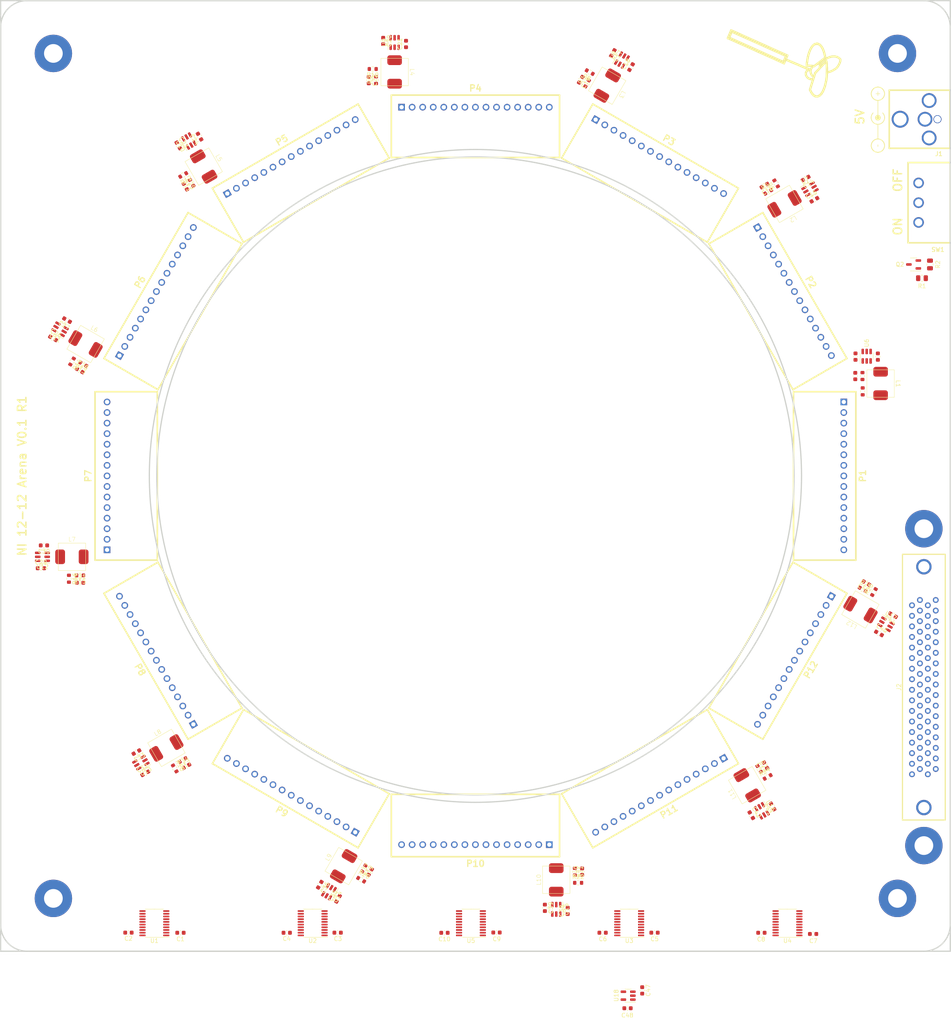
<source format=kicad_pcb>
(kicad_pcb (version 20221018) (generator pcbnew)
  (layers (0 "F.Cu" signal) (1 "In1.Cu" power) (2 "In2.Cu" power) (31 "B.Cu" signal) (34 "B.Paste" user) (35 "F.Paste" user) (36 "B.SilkS" user "B.Silkscreen") (37 "F.SilkS" user "F.Silkscreen") (38 "B.Mask" user) (39 "F.Mask" user) (44 "Edge.Cuts" user))
  (net 0 "")
  (net 1 "+3.3V")
  (net 2 "/Level Shifters/POW.5V_HDR_10")
  (net 4 "Net-(SW1-A)")
  (net 15 "/Level Shifters/PAN5V.CS_00")
  (net 16 "/Level Shifters/PAN5V.CS_01")
  (net 17 "/Level Shifters/PAN5V.CS_02")
  (net 18 "/Level Shifters/PAN5V.CS_03")
  (net 19 "/Level Shifters/PAN5V.CS_04")
  (net 20 "/Level Shifters/PAN5V.EXT_INT")
  (net 21 "GND")
  (net 25 "/Level Shifters/PAN5V.CS_05")
  (net 26 "/Level Shifters/PAN5V.CS_06")
  (net 38 "Net-(Q2-G)")
  (net 39 "/Level Shifters/PAN5V.RESET")
  (net 40 "/Level Shifters/PAN3V.RESET")
  (net 41 "/Level Shifters/PAN3V.CS_00")
  (net 42 "/Level Shifters/PAN3V.CS_01")
  (net 43 "/Level Shifters/PAN3V.CS_02")
  (net 44 "/Level Shifters/PAN3V.CS_03")
  (net 45 "/Level Shifters/PAN3V.CS_04")
  (net 46 "/Level Shifters/PAN3V.CS_05")
  (net 47 "/Level Shifters/PAN3V.CS_06")
  (net 48 "/Level Shifters/PAN3V.CS_07")
  (net 49 "/Level Shifters/PAN5V.CS_07")
  (net 50 "/Level Shifters/PAN3V.SCK_00")
  (net 51 "/Level Shifters/PAN3V.SCK_01")
  (net 52 "/Level Shifters/PAN3V.SCK_02")
  (net 53 "/Level Shifters/PAN3V.SCK_03")
  (net 54 "/Level Shifters/PAN3V.SCK_04")
  (net 55 "/Level Shifters/PAN3V.SCK_05")
  (net 56 "/Level Shifters/PAN3V.MOSI_00")
  (net 57 "/Level Shifters/PAN3V.MISO_00")
  (net 58 "/Level Shifters/PAN5V.MISO_00")
  (net 59 "/Level Shifters/PAN5V.MOSI_00")
  (net 60 "/Level Shifters/PAN5V.SCK_05")
  (net 61 "/Level Shifters/PAN5V.SCK_04")
  (net 62 "/Level Shifters/PAN5V.SCK_03")
  (net 63 "/Level Shifters/PAN5V.SCK_02")
  (net 64 "/Level Shifters/PAN3V.EXT_INT")
  (net 65 "/Level Shifters/PAN5V.SCK_01")
  (net 66 "/Level Shifters/PAN5V.SCK_00")
  (net 67 "/Level Shifters/PAN3V.MOSI_01")
  (net 68 "/Level Shifters/PAN3V.MISO_01")
  (net 69 "/Level Shifters/PAN3V.MOSI_02")
  (net 70 "/Level Shifters/PAN3V.MISO_02")
  (net 71 "/Level Shifters/PAN3V.MOSI_03")
  (net 72 "/Level Shifters/PAN3V.MISO_03")
  (net 73 "/Level Shifters/PAN3V.MOSI_04")
  (net 74 "/Level Shifters/PAN3V.MISO_04")
  (net 75 "/Level Shifters/PAN5V.MISO_04")
  (net 76 "/Level Shifters/PAN5V.MOSI_04")
  (net 77 "/Level Shifters/PAN5V.MISO_03")
  (net 78 "/Level Shifters/PAN5V.MOSI_03")
  (net 79 "/Level Shifters/PAN5V.MISO_02")
  (net 80 "/Level Shifters/PAN5V.MOSI_02")
  (net 81 "/Level Shifters/PAN5V.MISO_01")
  (net 82 "/Level Shifters/PAN5V.MOSI_01")
  (net 83 "/Level Shifters/PAN3V.MOSI_05")
  (net 84 "/Panel Headers/RESET")
  (net 85 "/Level Shifters/PAN3V.MISO_05")
  (net 86 "/Level Shifters/PAN3V.MOSI_06")
  (net 87 "/Level Shifters/PAN3V.MISO_06")
  (net 88 "/Level Shifters/PAN3V.MOSI_07")
  (net 89 "/Level Shifters/PAN3V.MISO_07")
  (net 90 "/Level Shifters/PAN3V.MOSI_08")
  (net 91 "/Level Shifters/PAN3V.MISO_08")
  (net 92 "/Level Shifters/PAN5V.MISO_08")
  (net 93 "/Level Shifters/PAN5V.MOSI_08")
  (net 94 "/Level Shifters/PAN5V.MISO_07")
  (net 95 "/Level Shifters/PAN5V.MOSI_07")
  (net 96 "/Level Shifters/PAN5V.MISO_06")
  (net 97 "/Level Shifters/PAN5V.MOSI_06")
  (net 98 "/Level Shifters/PAN5V.MISO_05")
  (net 99 "/Level Shifters/PAN5V.MOSI_05")
  (net 100 "/Level Shifters/PAN3V.MOSI_09")
  (net 101 "/Level Shifters/PAN3V.MISO_09")
  (net 102 "/Level Shifters/PAN3V.MOSI_10")
  (net 103 "/Level Shifters/PAN3V.MISO_10")
  (net 104 "/Level Shifters/PAN3V.MOSI_11")
  (net 105 "/Level Shifters/PAN3V.MISO_11")
  (net 106 "/Level Shifters/PAN5V.MISO_11")
  (net 107 "/Level Shifters/PAN5V.MOSI_11")
  (net 108 "/Level Shifters/PAN5V.MISO_10")
  (net 109 "/Level Shifters/PAN5V.MOSI_10")
  (net 110 "/Level Shifters/PAN5V.MISO_09")
  (net 111 "/Level Shifters/PAN5V.MOSI_09")
  (net 113 "VCC")
  (net 114 "/Level Shifters/POW.5V_HDR_1")
  (net 115 "/Level Shifters/POW.5V_HDR_2")
  (net 116 "/Level Shifters/POW.5V_HDR_3")
  (net 117 "/Level Shifters/POW.5V_HDR_4")
  (net 118 "/Level Shifters/POW.5V_HDR_5")
  (net 119 "/Level Shifters/POW.5V_HDR_6")
  (net 120 "/Level Shifters/POW.5V_HDR_7")
  (net 121 "/Level Shifters/POW.5V_HDR_8")
  (net 122 "/Level Shifters/POW.5V_HDR_9")
  (net 123 "/Level Shifters/POW.5V_HDR_11")
  (net 124 "/Level Shifters/POW.5V_HDR_12")
  (net 125 "Net-(U6-VBST)")
  (net 126 "Net-(U6-SW)")
  (net 127 "Net-(U7-VBST)")
  (net 128 "Net-(U7-SW)")
  (net 129 "Net-(U8-VBST)")
  (net 130 "Net-(U8-SW)")
  (net 131 "Net-(U9-VBST)")
  (net 132 "Net-(U9-SW)")
  (net 133 "Net-(U10-VBST)")
  (net 134 "Net-(U10-SW)")
  (net 135 "Net-(U11-VBST)")
  (net 136 "Net-(U11-SW)")
  (net 137 "Net-(U12-VBST)")
  (net 138 "Net-(U12-SW)")
  (net 139 "Net-(U13-VBST)")
  (net 140 "Net-(U13-SW)")
  (net 141 "Net-(U14-VBST)")
  (net 142 "Net-(U14-SW)")
  (net 143 "Net-(U15-VBST)")
  (net 144 "Net-(U15-SW)")
  (net 145 "Net-(U16-VBST)")
  (net 146 "Net-(U16-SW)")
  (net 147 "Net-(U17-VBST)")
  (net 148 "Net-(U17-SW)")
  (net 149 "Net-(U6-VFB)")
  (net 150 "Net-(U7-VFB)")
  (net 151 "Net-(U8-VFB)")
  (net 152 "Net-(U9-VFB)")
  (net 153 "Net-(U10-VFB)")
  (net 154 "Net-(U11-VFB)")
  (net 155 "Net-(U12-VFB)")
  (net 156 "Net-(U13-VFB)")
  (net 157 "Net-(U14-VFB)")
  (net 158 "Net-(U15-VFB)")
  (net 159 "Net-(U16-VFB)")
  (net 160 "Net-(U17-VFB)")
  (footprint "Resistor_SMD:R_0603_1608Metric" (layer "F.Cu") (at 153.0736 79.946799 180)
    (fp_text reference "R10")
    (fp_text value "10k")
  )
  (footprint "Capacitor_SMD:C_0603_1608Metric" (layer "F.Cu") (at 140.337555 276.113257 -120)
    (fp_text reference "C36")
    (fp_text value "100nF")
  )
  (footprint "Capacitor_SMD:C_0603_1608Metric" (layer "F.Cu") (at 144.6255 287.643)
    (fp_text reference "C3")
    (fp_text value "0.1uF")
  )
  (footprint "Package_TO_SOT_SMD:SOT-23-6" (layer "F.Cu") (at 77.807183 142.535436 150)
    (fp_text reference "U11")
    (fp_text value "TPS564201DDC")
  )
  (footprint "Package_TO_SOT_SMD:SOT-23-6" (layer "F.Cu") (at 142.535436 277.792816 -120)
    (fp_text reference "U14")
    (fp_text value "TPS564201DDC")
  )
  (footprint "MountingHole:MountingHole_4.5mm_Pad" (layer "F.Cu") (at 76.2 76.2)
    (fp_text reference "H1" hide)
    (fp_text value "MountingHole_Pad" hide)
  )
  (footprint "arena_custom:HEADER_TOP" (layer "F.Cu") (at 177.799999 266.474028 180)
    (fp_text reference "P10")
    (fp_text value "CONN15" hide)
  )
  (footprint "Capacitor_SMD:C_0603_1608Metric" (layer "F.Cu") (at 208.4105 287.653 180)
    (fp_text reference "C6")
    (fp_text value "0.1uF")
  )
  (footprint "Package_TO_SOT_SMD:SOT-23-6" (layer "F.Cu") (at 73.571399 197.2564 180)
    (fp_text reference "U12")
    (fp_text value "TPS564201DDC")
  )
  (footprint "arena_custom:HEADER_TOP" (layer "F.Cu") (at 254.593961 222.137014 -120)
    (fp_text reference "P12")
    (fp_text value "CONN15" hide)
  )
  (footprint "Capacitor_SMD:C_0603_1608Metric" (layer "F.Cu") (at 111.389443 96.199942 120)
    (fp_text reference "C24")
    (fp_text value "100nF")
  )
  (footprint "arena_custom:HEADER_TOP" (layer "F.Cu") (at 89.125971 177.8 90)
    (fp_text reference "P7")
    (fp_text value "CONN15" hide)
  )
  (footprint "Package_TO_SOT_SMD:SOT-23-6" (layer "F.Cu") (at 97.263583 246.764037 -150)
    (fp_text reference "U13")
    (fp_text value "TPS564201DDC")
  )
  (footprint "Capacitor_SMD:C_0603_1608Metric" (layer "F.Cu") (at 274.94037 215.6779 -30)
    (fp_text reference "C45")
    (fp_text value "100nF")
  )
  (footprint "Capacitor_SMD:C_0603_1608Metric" (layer "F.Cu") (at 203.4794 272.9738 90)
    (fp_text reference "C40")
    (fp_text value "22uF")
  )
  (footprint "arena_custom:slide_switch" (layer "F.Cu") (at 287.02 112.0902 90)
    (fp_text reference "SW1")
    (fp_text value "SW_SPDT" hide)
  )
  (footprint "Package_SO:TSSOP-20_4.4x6.5mm_P0.65mm" (layer "F.Cu") (at 214.8155 285.373 180)
    (fp_text reference "U3")
    (fp_text value "TXB0108PW")
  )
  (footprint "arena_custom:CYA0650_3P3UH" (layer "F.Cu") (at 112.388962 103.41756 -60)
    (fp_text reference "L5")
    (fp_text value "3.3uH")
  )
  (footprint "Capacitor_SMD:C_0603_1608Metric" (layer "F.Cu") (at 246.6355 287.663 180)
    (fp_text reference "C8")
    (fp_text value "0.1uF")
  )
  (footprint "Package_SO:TSSOP-20_4.4x6.5mm_P0.65mm" (layer "F.Cu") (at 138.6155 285.373 180)
    (fp_text reference "U2")
    (fp_text value "TXB0108PW")
  )
  (footprint "Resistor_SMD:R_0603_1608Metric" (layer "F.Cu") (at 201.7268 272.9862 -90)
    (fp_text reference "R21")
    (fp_text value "56.2k")
  )
  (footprint "Capacitor_SMD:C_0603_1608Metric" (layer "F.Cu") (at 271.889742 203.563343 150)
    (fp_text reference "C46")
    (fp_text value "22uF")
  )
  (footprint "Resistor_SMD:R_0603_1608Metric" (layer "F.Cu") (at 248.14029 250.180157 30)
    (fp_text reference "R24")
    (fp_text value "10k")
  )
  (footprint "arena_custom:CYA0650_3P3UH" (layer "F.Cu") (at 80.677399 197.2564)
    (fp_text reference "L7")
    (fp_text value "3.3uH")
  )
  (footprint "Capacitor_SMD:C_0603_1608Metric" (layer "F.Cu") (at 107.974086 108.21677 -60)
    (fp_text reference "C25")
    (fp_text value "22uF")
  )
  (footprint "Capacitor_SMD:C_0603_1608Metric" (layer "F.Cu") (at 274.6756 149.111 90)
    (fp_text reference "C12" hide)
    (fp_text value "10uF" hide)
  )
  (footprint "arena_custom:HEADER_TOP" (layer "F.Cu") (at 133.462985 254.593961 150)
    (fp_text reference "P9")
    (fp_text value "CONN15" hide)
  )
  (footprint "arena_custom:HEADER_TOP" (layer "F.Cu") (at 222.137014 254.593961 -150)
    (fp_text reference "P11")
    (fp_text value "CONN15" hide)
  )
  (footprint "Resistor_SMD:R_0603_1608Metric" (layer "F.Cu") (at 150.928116 272.197068 -120)
    (fp_text reference "R19")
    (fp_text value "56.2k")
  )
  (footprint "arena_custom:CYA0650_3P3UH" (layer "F.Cu") (at 197.256399 274.9226 90)
    (fp_text reference "L10")
    (fp_text value "3.3uH")
  )
  (footprint "Capacitor_SMD:C_0603_1608Metric" (layer "F.Cu") (at 182.8705 287.603)
    (fp_text reference "C9")
    (fp_text value "0.1uF")
  )
  (footprint "Capacitor_SMD:C_0603_1608Metric" (layer "F.Cu") (at 94.2705 287.633 180)
    (fp_text reference "C2")
    (fp_text value "0.1uF")
  )
  (footprint "Capacitor_SMD:C_0603_1608Metric" (layer "F.Cu") (at 220.9105 287.643)
    (fp_text reference "C5")
    (fp_text value "0.1uF")
  )
  (footprint "Capacitor_SMD:C_0603_1608Metric" (layer "F.Cu") (at 199.9996 282.3972 90)
    (fp_text reference "C38")
    (fp_text value "10uF")
  )
  (footprint "Package_TO_SOT_SMD:SOT-23-6" (layer "F.Cu") (at 158.3436 73.571399 90)
    (fp_text reference "U9")
    (fp_text value "TPS564201DDC")
  )
  (footprint "Package_TO_SOT_SMD:SOT-23-6" (layer "F.Cu") (at 271.9832 149.0163 90)
    (fp_text reference "U6")
    (fp_text value "TPS564201DDC" hide)
  )
  (footprint "Capacitor_SMD:C_0603_1608Metric" (layer "F.Cu") (at 247.625913 247.383229 120)
    (fp_text reference "C43")
    (fp_text value "22uF")
  )
  (footprint "Capacitor_SMD:C_0603_1608Metric" (layer "F.Cu") (at 170.3455 287.673 180)
    (fp_text reference "C10")
    (fp_text value "0.1uF")
  )
  (footprint "Resistor_SMD:R_0603_1608Metric" (layer "F.Cu") (at 248.270268 109.485682 30)
    (fp_text reference "R5")
    (fp_text value "56.2k")
  )
  (footprint "Capacitor_SMD:C_0603_1608Metric" (layer "F.Cu") (at 152.1206 82.626199 -90)
    (fp_text reference "C22")
    (fp_text value "22uF")
  )
  (footprint "arena_custom:CYA0650_3P3UH" (layer "F.Cu") (at 103.41756 243.211037 30)
    (fp_text reference "L8")
    (fp_text value "3.3uH")
  )
  (footprint "Resistor_SMD:R_0603_1608Metric" (layer "F.Cu") (at 270.9672 153.7838 90)
    (fp_text reference "R4" hide)
    (fp_text value "10k" hide)
  )
  (footprint "arena_custom:CYA0650_3P3UH" (layer "F.Cu") (at 209.511563 83.96116 -120)
    (fp_text reference "L3")
    (fp_text value "3.3uH")
  )
  (footprint "Capacitor_SMD:C_0603_1608Metric" (layer "F.Cu") (at 152.452112 273.062629 60)
    (fp_text reference "C37")
    (fp_text value "22uF")
  )
  (footprint "Resistor_SMD:R_0603_1608Metric" (layer "F.Cu") (at 250.180157 107.459709 120)
    (fp_text reference "R6")
    (fp_text value "10k")
  )
  (footprint "Capacitor_SMD:C_0603_1608Metric" (layer "F.Cu") (at 249.324017 257.284033 120)
    (fp_text reference "C41")
    (fp_text value "10uF")
  )
  (footprint "arena_custom:CYA0650_3P3UH" (layer "F.Cu") (at 275.336 155.5944 -90)
    (fp_text reference "L1")
    (fp_text value "3.3uH")
  )
  (footprint "Resistor_SMD:R_0603_1608Metric" (layer "F.Cu") (at 150.28709 274.906557 -30)
    (fp_text reference "R20")
    (fp_text value "10k")
  )
  (footprint "MountingHole:MountingHole_4.5mm_Pad" (layer "F.Cu") (at 279.4 279.4)
    (fp_text reference "H3" hide)
    (fp_text value "MountingHole_Pad" hide)
  )
  (footprint "Package_SO:TSSOP-20_4.4x6.5mm_P0.65mm" (layer "F.Cu") (at 100.5155 285.373 180)
    (fp_text reference "U1")
    (fp_text value "TXB0108PW")
  )
  (footprint "Capacitor_SMD:C_0603_1608Metric" (layer "F.Cu") (at 161.0868 73.926999 90)
    (fp_text reference "C21")
    (fp_text value "100nF")
  )
  (footprint "Capacitor_SMD:C_0603_1608Metric" (layer "F.Cu") (at 73.926999 194.5132 180)
    (fp_text reference "C30")
    (fp_text value "100nF")
  )
  (footprint "Capacitor_SMD:C_0603_1608Metric" (layer "F.Cu") (at 214.4138 305.816)
    (fp_text reference "C48")
    (fp_text value "10uF")
  )
  (footprint "Package_TO_SOT_SMD:SOT-23-3" (layer "F.Cu") (at 283.2807 126.9492 180)
    (fp_text reference "Q2")
    (fp_text value "MOSFET_NCHAN" hide)
  )
  (footprint "Capacitor_SMD:C_0603_1608Metric" (layer "F.Cu") (at 73.202799 199.9996)
    (fp_text reference "C29")
    (fp_text value "10uF")
  )
  (footprint "Capacitor_SMD:C_0603_1608Metric" (layer "F.Cu") (at 210.873182 76.116366 -120)
    (fp_text reference "C17")
    (fp_text value "10uF")
  )
  (footprint "MountingHole:MountingHole_4.5mm_Pad" (layer "F.Cu") (at 76.2 279.4)
    (fp_text reference "H4" hide)
    (fp_text value "MountingHole_Pad" hide)
  )
  (footprint "Capacitor_SMD:C_0603_1608Metric" (layer "F.Cu") (at 144.726817 279.483633 60)
    (fp_text reference "C35")
    (fp_text value "10uF")
  )
  (footprint "Capacitor_SMD:C_0603_1608Metric" (layer "F.Cu") (at 98.315966 249.324017 30)
    (fp_text reference "C32")
    (fp_text value "10uF")
  )
  (footprint "arena_custom:DCJACK_2PIN_HIGHCURRENT" (layer "F.Cu") (at 292.0238 92.0242 -90)
    (fp_text reference "J1")
    (fp_text value "Barrel_Jack" hide)
  )
  (footprint "Capacitor_SMD:C_0603_1608Metric" (layer "F.Cu") (at 106.275982 98.315966 -60)
    (fp_text reference "C23")
    (fp_text value "10uF")
  )
  (footprint "Capacitor_SMD:C_0603_1608Metric" (layer "F.Cu") (at 257.284033 106.275982 -150)
    (fp_text reference "C14")
    (fp_text value "10uF")
  )
  (footprint "Capacitor_SMD:C_0603_1608Metric" (layer "F.Cu") (at 259.400057 111.389443 30)
    (fp_text reference "C15")
    (fp_text value "100nF")
  )
  (footprint "Resistor_SMD:R_0603_1608Metric" (layer "F.Cu") (at 82.613799 201.7268 180)
    (fp_text reference "R15")
    (fp_text value "56.2k")
  )
  (footprint "arena_custom:HEADER_TOP" (layer "F.Cu") (at 133.462985 101.006038 30)
    (fp_text reference "P5")
    (fp_text value "CONN15" hide)
  )
  (footprint "Capacitor_SMD:C_0603_1608Metric" (layer "F.Cu") (at 76.116366 144.726817 -30)
    (fp_text reference "C26")
    (fp_text value "10uF")
  )
  (footprint "Package_SO:TSSOP-20_4.4x6.5mm_P0.65mm" (layer "F.Cu") (at 252.9155 285.373 180)
    (fp_text reference "U4")
    (fp_text value "TXB0108PW")
  )
  (footprint "arena_custom:CYA0650_3P3UH" (layer "F.Cu") (at 243.211037 252.182439 120)
    (fp_text reference "L11")
    (fp_text value "3.3uH")
  )
  (footprint "Capacitor_SMD:C_0603_1608Metric" (layer "F.Cu") (at 269.2908 149.111 -90)
    (fp_text reference "C11" hide)
    (fp_text value "100nF" hide)
  )
  (footprint "arena_custom:HEADER_TOP" (layer "F.Cu") (at 177.8 89.125971)
    (fp_text reference "P4")
    (fp_text value "CONN15" hide)
  )
  (footprint "Capacitor_SMD:C_0603_1608Metric" (layer "F.Cu") (at 82.626199 203.4794)
    (fp_text reference "C31")
    (fp_text value "22uF")
  )
  (footprint "Resistor_SMD:R_0805_2012Metric" (layer "F.Cu") (at 285.2947 130.2512)
    (fp_text reference "R1")
    (fp_text value "200")
  )
  (footprint "Resistor_SMD:R_0603_1608Metric" (layer "F.Cu") (at 107.459709 105.419842 -150)
    (fp_text reference "R12")
    (fp_text value "10k")
  )
  (footprint "Capacitor_SMD:C_0603_1608Metric" (layer "F.Cu") (at 155.6004 73.202799 -90)
    (fp_text reference "C20")
    (fp_text value "10uF")
  )
  (footprint "Capacitor_SMD:C_0603_1608Metric" (layer "F.Cu") (at 269.24 153.7846 -90)
    (fp_text reference "C13" hide)
    (fp_text value "22uF" hide)
  )
  (footprint "Capacitor_SMD:C_0603_1608Metric" (layer "F.Cu") (at 244.210556 259.400057 -60)
    (fp_text reference "C42")
    (fp_text value "100nF")
  )
  (footprint "Package_TO_SOT_SMD:SOT-23-5" (layer "F.Cu") (at 214.5563 302.796 180)
    (fp_text reference "U18")
    (fp_text value "AP2112K-3.3" hide)
  )
  (footprint "Package_TO_SOT_SMD:SOT-23-6" (layer "F.Cu") (at 213.064563 77.807183 60)
    (fp_text reference "U8")
    (fp_text value "TPS564201DDC")
  )
  (footprint "Resistor_SMD:R_0603_1608Metric" (layer "F.Cu") (at 271.018 157.4678 90)
    (fp_text reference "R3" hide)
    (fp_text value "56.2k" hide)
  )
  (footprint "arena_custom:CYA0650_3P3UH" (layer "F.Cu") (at 270.465952 209.927019 150)
    (fp_text reference "L12")
    (fp_text value "3.3uH")
  )
  (footprint "Capacitor_SMD:C_0603_1608Metric" (layer "F.Cu") (at 194.513199 281.673 -90)
    (fp_text reference "C39")
    (fp_text value "100nF")
  )
  (footprint "MountingHole:MountingHole_4.5mm_Pad" (layer "F.Cu") (at 285.75 190.5)
    (fp_text reference "H5" hide)
    (fp_text value "MountingHole_Pad" hide)
  )
  (footprint "arena_custom:HEADER_TOP" (layer "F.Cu") (at 266.474028 177.8 -90)
    (fp_text reference "P1")
    (fp_text value "CONN15" hide)
  )
  (footprint "Capacitor_SMD:C_0603_1608Metric" (layer "F.Cu") (at 278.310746 211.288638 150)
    (fp_text reference "C44")
    (fp_text value "10uF")
  )
  (footprint "Resistor_SMD:R_0603_1608Metric" (layer "F.Cu") (at 246.114317 248.270268 -60)
    (fp_text reference "R23")
    (fp_text value "56.2k")
  )
  (footprint "arena_custom:HEADER_TOP" (layer "F.Cu") (at 101.006038 133.462985 60)
    (fp_text reference "P6")
    (fp_text value "CONN15" hide)
  )
  (footprint "Package_TO_SOT_SMD:SOT-23-6" (layer "F.Cu") (at 108.835962 97.263583 120)
    (fp_text reference "U10")
    (fp_text value "TPS564201DDC")
  )
  (footprint "Resistor_SMD:R_0603_1608Metric" (layer "F.Cu") (at 79.946799 202.5264 -90)
    (fp_text reference "R16")
    (fp_text value "10k")
  )
  (footprint "arena_custom:HEADER_TOP" (layer "F.Cu") (at 101.006038 222.137014 120)
    (fp_text reference "P8")
    (fp_text value "CONN15" hide)
  )
  (footprint "Capacitor_SMD:C_0603_1608Metric" (layer "F.Cu") (at 79.486742 140.337555 150)
    (fp_text reference "C27")
    (fp_text value "100nF")
  )
  (footprint "Resistor_SMD:R_0603_1608Metric" (layer "F.Cu") (at 273.73367 205.728365 60)
    (fp_text reference "R26")
    (fp_text value "10k")
  )
  (footprint "Capacitor_SMD:C_0603_1608Metric" (layer "F.Cu") (at 108.21677 247.625913 30)
    (fp_text reference "C34")
    (fp_text value "22uF")
  )
  (footprint "MountingHole:MountingHole_4.5mm_Pad" (layer "F.Cu") (at 279.4 76.2)
    (fp_text reference "H2" hide)
    (fp_text value "MountingHole_Pad" hide)
  )
  (footprint "Capacitor_SMD:C_0603_1608Metric" (layer "F.Cu") (at 132.3755 287.663 180)
    (fp_text reference "C4")
    (fp_text value "0.1uF")
  )
  (footprint "Capacitor_SMD:C_0603_1608Metric" (layer "F.Cu") (at 215.262444 79.486742 60)
    (fp_text reference "C18")
    (fp_text value "100nF")
  )
  (footprint "Capacitor_SMD:C_0603_1608Metric" (layer "F.Cu") (at 259.0855 287.953)
    (fp_text reference "C7")
    (fp_text value "0.1uF")
  )
  (footprint "Resistor_SMD:R_0603_1608Metric" (layer "F.Cu") (at 205.312909 80.693442 150)
    (fp_text reference "R8")
    (fp_text value "10k")
  )
  (footprint "Capacitor_SMD:C_0603_1608Metric" (layer "F.Cu") (at 96.199942 244.210556 -150)
    (fp_text reference "C33")
    (fp_text value "100nF")
  )
  (footprint "Resistor_SMD:R_0603_1608Metric" (layer "F.Cu") (at 202.5264 275.6532)
    (fp_text reference "R22")
    (fp_text value "10k")
  )
  (footprint "arena_custom:CYA0650_3P3UH" (layer "F.Cu") (at 158.3436 80.677399 -90)
    (fp_text reference "L4")
    (fp_text value "3.3uH")
  )
  (footprint "Package_TO_SOT_SMD:SOT-23-6" (layer "F.Cu") (at 197.256399 282.0286 -90)
    (fp_text reference "U15")
    (fp_text value "TPS564201DDC")
  )
  (footprint "Resistor_SMD:R_0603_1608Metric" (layer "F.Cu") (at 105.419842 248.14029 -60)
    (fp_text reference "R18")
    (fp_text value "10k")
  )
  (footprint "Capacitor_SMD:C_0603_1608Metric" (layer "F.Cu") (at 203.147887 82.53737 -120)
    (fp_text reference "C19")
    (fp_text value "22uF")
  )
  (footprint "Resistor_SMD:R_0603_1608Metric" (layer "F.Cu") (at 109.485682 107.329731 120)
    (fp_text reference "R11")
    (fp_text value "56.2k")
  )
  (footprint "Capacitor_SMD:C_0603_1608Metric" (layer "F.Cu") (at 106.7905 287.663)
    (fp_text reference "C1")
    (fp_text value "0.1uF")
  )
  (footprint "arena_custom:CYA0650_3P3UH" (layer "F.Cu") (at 146.088436 271.638839 60)
    (fp_text reference "L9")
    (fp_text value "3.3uH")
  )
  (footprint "MountingHole:MountingHole_4.5mm_Pad" (layer "F.Cu") (at 285.75 266.7)
    (fp_text reference "H6" hide)
    (fp_text value "MountingHole_Pad" hide)
  )
  (footprint "Package_TO_SOT_SMD:SOT-23-6" (layer "F.Cu") (at 258.336416 108.835962 30)
    (fp_text reference "U7")
    (fp_text value "TPS564201DDC")
  )
  (footprint "Resistor_SMD:R_0603_1608Metric" (layer "F.Cu") (at 153.8732 82.613799 90)
    (fp_text reference "R9")
    (fp_text value "56.2k")
  )
  (footprint "arena_custom:HEADER_TOP" (layer "F.Cu") (at 254.593961 133.462985 -60)
    (fp_text reference "P2")
    (fp_text value "CONN15" hide)
  )
  (footprint "arena_custom:CYA0650_3P3UH" (layer "F.Cu") (at 83.96116 146.088436 -30)
    (fp_text reference "L6")
    (fp_text value "3.3uH")
  )
  (footprint "Resistor_SMD:R_0603_1608Metric" (layer "F.Cu") (at 80.693442 150.28709 -120)
    (fp_text reference "R14")
    (fp_text value "10k")
  )
  (footprint "Capacitor_SMD:C_0603_1608Metric" (layer "F.Cu") (at 217.9488 301.526 -90)
    (fp_text reference "C47")
    (fp_text value "10uF")
  )
  (footprint "Resistor_SMD:R_0603_1608Metric" (layer "F.Cu") (at 83.402931 150.928116 150)
    (fp_text reference "R13")
    (fp_text value "56.2k")
  )
  (footprint "arena_custom:TE_CONN_DSUB_VERT_68" (layer "F.Cu") (at 285.75 228.6 90)
    (fp_text reference "J2")
    (fp_text value "NI_TE_68pos" hide)
  )
  (footprint "Capacitor_SMD:C_0603_1608Metric" (layer "F.Cu") (at 82.53737 152.452112 -30)
    (fp_text reference "C28")
    (fp_text value "22uF")
  )
  (footprint "Resistor_SMD:R_0603_1608Metric" (layer "F.Cu") (at 204.671883 83.402931 60)
    (fp_text reference "R7")
    (fp_text value "56.2k")
  )
  (footprint "arena_custom:HEADER_TOP" (layer "F.Cu") (at 222.137014 101.006038 -30)
    (fp_text reference "P3")
    (fp_text value "CONN15" hide)
  )
  (footprint "Package_TO_SOT_SMD:SOT-23-6" (layer "F.Cu") (at 246.764037 258.336416 -60)
    (fp_text reference "U16")
    (fp_text value "TPS564201DDC")
  )
  (footprint "Package_SO:TSSOP-20_4.4x6.5mm_P0.65mm" (layer "F.Cu") (at 176.7155 285.373 180)
    (fp_text reference "U5")
    (fp_text value "TXB0108PW")
  )
  (footprint "Capacitor_SMD:C_0603_1608Metric" (layer "F.Cu") (at 247.383229 107.974086 -150)
    (fp_text reference "C16")
    (fp_text value "22uF")
  )
  (footprint "Resistor_SMD:R_0805_2012Metric" (layer "F.Cu") (at 287.2232 126.9492 -90)
    (fp_text reference "R2")
    (fp_text value "20k")
  )
  (footprint "arena_custom:CYA0650_3P3UH" (layer "F.Cu") (at 252.182439 112.388962 -150)
    (fp_text reference "L2")
    (fp_text value "3.3uH")
  )
  (footprint "Package_TO_SOT_SMD:SOT-23-6" (layer "F.Cu") (at 276.619929 213.480019 -30)
    (fp_text reference "U17")
    (fp_text value "TPS564201DDC")
  )
  (footprint "Resistor_SMD:R_0603_1608Metric" (layer "F.Cu") (at 271.024181 205.087339 -30)
    (fp_text reference "R25")
    (fp_text value "56.2k")
  )
  (footprint "Resistor_SMD:R_0603_1608Metric" (layer "F.Cu") (at 107.329731 246.114317 -150)
    (fp_text reference "R17")
    (fp_text value "56.2k")
  )
  (gr_line (start 261.869046 84.235629) (end 261.941978 83.996274) (stroke (width 0.514144)) (layer "F.SilkS"))
  (gr_line (start 258.99813 86.023131) (end 259.098897 86.128731) (stroke (width 0.514144)) (layer "F.SilkS"))
  (gr_line (start 259.068645 82.308853) (end 258.717929 82.409537) (stroke (width 0.514144)) (layer "F.SilkS"))
  (gr_line (start 273.382477 92.585887) (end 273.336417 92.519801) (stroke (width 0.15487)) (layer "F.SilkS"))
  (gr_line (start 275.003458 84.324863) (end 275.080765 84.342706) (stroke (width 0.179621)) (layer "F.SilkS"))
  (gr_line (start 273.725344 84.609849) (end 273.787993 84.565299) (stroke (width 0.179621)) (layer "F.SilkS"))
  (gr_line (start 262.352669 81.788771) (end 262.380098 81.482222) (stroke (width 0.514144)) (layer "F.SilkS"))
  (gr_line (start 257.687722 79.102057) (end 257.547538 79.107867) (stroke (width 0.514144)) (layer "F.SilkS"))
  (gr_line (start 257.723346 80.298042) (end 258.0072 80.217521) (stroke (width 0.514144)) (layer "F.SilkS"))
  (gr_line (start 258.318284 84.933399) (end 258.534906 85.362848) (stroke (width 0.514144)) (layer "F.SilkS"))
  (gr_line (start 261.038343 85.916534) (end 261.144288 85.776614) (stroke (width 0.514144)) (layer "F.SilkS"))
  (gr_line (start 275.230838 99.879067) (end 275.156592 99.904189) (stroke (width 0.179621)) (layer "F.SilkS"))
  (gr_line (start 276.047991 97.549536) (end 276.086466 97.616452) (stroke (width 0.179621)) (layer "F.SilkS"))
  (gr_line (start 259.522398 86.435015) (end 259.632794 86.481079) (stroke (width 0.514144)) (layer "F.SilkS"))
  (gr_line (start 258.777057 85.766629) (end 258.999103 86.077093) (stroke (width 0.514144)) (layer "F.SilkS"))
  (gr_line (start 274.438075 87.469819) (end 274.359386 87.455767) (stroke (width 0.179621)) (layer "F.SilkS"))
  (gr_line (start 276.068771 92.451998) (end 276.026396 92.519801) (stroke (width 0.15487)) (layer "F.SilkS"))
  (gr_line (start 259.269515 86.342375) (end 259.551597 86.474135) (stroke (width 0.514144)) (layer "F.SilkS"))
  (gr_line (start 273.607013 99.560919) (end 273.551517 99.50801) (stroke (width 0.179621)) (layer "F.SilkS"))
  (gr_line (start 273.852841 99.744693) (end 273.788008 99.70313) (stroke (width 0.179621)) (layer "F.SilkS"))
  (gr_line (start 276.275119 91.864932) (end 276.262222 91.94132) (stroke (width 0.15487)) (layer "F.SilkS"))
  (gr_line (start 261.195859 79.169296) (end 259.579265 80.914514) (stroke (width 0.514144)) (layer "F.SilkS"))
  (gr_line (start 273.66498 97.145084) (end 273.725344 97.097647) (stroke (width 0.179621)) (layer "F.SilkS"))
  (gr_line (start 258.222097 75.712175) (end 258.508193 75.08281) (stroke (width 0.514144)) (layer "F.SilkS"))
  (gr_line (start 257.639291 81.892298) (end 257.44424 81.58542) (stroke (width 0.514144)) (layer "F.SilkS"))
  (gr_line (start 259.105015 74.263825) (end 259.311569 74.094352) (stroke (width 0.514144)) (layer "F.SilkS"))
  (gr_line (start 274.599194 87.486151) (end 274.518045 87.479981) (stroke (width 0.179621)) (layer "F.SilkS"))
  (gr_line (start 264.846868 77.03694) (end 265.19515 77.227932) (stroke (width 0.514144)) (layer "F.SilkS"))
  (gr_line (start 273.356395 99.271523) (end 273.314831 99.20669) (stroke (width 0.179621)) (layer "F.SilkS"))
  (gr_line (start 273.101902 85.646968) (end 273.115954 85.56828) (stroke (width 0.179621)) (layer "F.SilkS"))
  (gr_line (start 257.836877 82.08495) (end 257.639291 81.892298) (stroke (width 0.514144)) (layer "F.SilkS"))
  (gr_line (start 258.363097 84.991946) (end 258.44546 85.168472) (stroke (width 0.514144)) (layer "F.SilkS"))
  (gr_line (start 275.755818 87.073121) (end 275.697839 87.123344) (stroke (width 0.179621)) (layer "F.SilkS"))
  (gr_line (start 257.44424 81.58542) (end 257.354114 81.357061) (stroke (width 0.514144)) (layer "F.SilkS"))
  (gr_line (start 276.086466 85.128654) (end 276.121754 85.197553) (stroke (width 0.179621)) (layer "F.SilkS"))
  (gr_line (start 274.681423 87.488231) (end 274.599194 87.486151) (stroke (width 0.179621)) (layer "F.SilkS"))
  (gr_line (start 274.924769 84.310811) (end 275.003458 84.324863) (stroke (width 0.179621)) (layer "F.SilkS"))
  (gr_line (start 260.733432 86.263588) (end 261.151004 85.835117) (stroke (width 0.514144)) (layer "F.SilkS"))
  (gr_line (start 273.314823 85.061738) (end 273.356386 84.996906) (stroke (width 0.179621)) (layer "F.SilkS"))
  (gr_line (start 276.271073 98.214736) (end 276.277243 98.295885) (stroke (width 0.179621)) (layer "F.SilkS"))
  (gr_line (start 275.374182 96.937769) (end 275.44308 96.973057) (stroke (width 0.179621)) (layer "F.SilkS"))
  (gr_line (start 273.602839 92.829524) (end 273.542765 92.772411) (stroke (width 0.15487)) (layer "F.SilkS"))
  (gr_line (start 260.706413 79.477825) (end 260.712024 79.395359) (stroke (width 0.514144)) (layer "F.SilkS"))
  (gr_line (start 276.121754 86.583077) (end 276.086466 86.651976) (stroke (width 0.179621)) (layer "F.SilkS"))
  (gr_line (start 260.946139 74.368048) (end 261.01622 74.452941) (stroke (width 0.514144)) (layer "F.SilkS"))
  (gr_line (start 276.246859 85.56828) (end 276.260911 85.646968) (stroke (width 0.179621)) (layer "F.SilkS"))
  (gr_line (start 259.191337 74.160326) (end 259.635724 73.899427) (stroke (width 0.514144)) (layer "F.SilkS"))
  (gr_line (start 275.86422 97.303711) (end 275.914443 97.361691) (stroke (width 0.179621)) (layer "F.SilkS"))
  (gr_line (start 262.545324 80.771909) (end 262.412185 80.815627) (stroke (width 0.514144)) (layer "F.SilkS"))
  (gr_line (start 260.324618 73.925972) (end 260.408233 73.957619) (stroke (width 0.514144)) (layer "F.SilkS"))
  (gr_line (start 274.059426 84.417972) (end 274.131991 84.389361) (stroke (width 0.179621)) (layer "F.SilkS"))
  (gr_line (start 273.161389 92.166478) (end 273.137438 92.092236) (stroke (width 0.15487)) (layer "F.SilkS"))
  (gr_line (start 274.438068 96.798609) (end 274.518039 96.788447) (stroke (width 0.179621)) (layer "F.SilkS"))
  (gr_line (start 275.230838 87.391269) (end 275.156592 87.416391) (stroke (width 0.179621)) (layer "F.SilkS"))
  (gr_line (start 276.277243 98.460342) (end 276.271073 98.541491) (stroke (width 0.179621)) (layer "F.SilkS"))
  (gr_line (start 273.725358 99.658579) (end 273.664993 99.611142) (stroke (width 0.179621)) (layer "F.SilkS"))
  (gr_line (start 259.801304 86.526091) (end 259.858193 86.534526) (stroke (width 0.514144)) (layer "F.SilkS"))
  (gr_line (start 274.835757 93.236685) (end 274.758653 93.242212) (stroke (width 0.15487)) (layer "F.SilkS"))
  (gr_line (start 275.509996 87.256895) (end 275.44308 87.295371) (stroke (width 0.179621)) (layer "F.SilkS"))
  (gr_line (start 274.758653 93.242212) (end 274.681406 93.244055) (stroke (width 0.15487)) (layer "F.SilkS"))
  (gr_line (start 265.212543 79.059189) (end 264.97343 79.423887) (stroke (width 0.514144)) (layer "F.SilkS"))
  (gr_line (start 261.10243 78.444621) (end 261.315995 78.173283) (stroke (width 0.514144)) (layer "F.SilkS"))
  (gr_line (start 274.681423 90.986001) (end 274.681423 87.561242) (stroke (width 0.168772)) (layer "F.SilkS"))
  (gr_line (start 273.314831 99.20669) (end 273.276354 99.139774) (stroke (width 0.179621)) (layer "F.SilkS"))
  (gr_line (start 258.805038 79.584245) (end 258.962692 79.400971) (stroke (width 0.514144)) (layer "F.SilkS"))
  (gr_line (start 257.528226 80.472031) (end 257.723346 80.298042) (stroke (width 0.514144)) (layer "F.SilkS"))
  (gr_line (start 274.059439 99.850456) (end 273.988657 99.818457) (stroke (width 0.179621)) (layer "F.SilkS"))
  (gr_line (start 273.08557 85.808087) (end 273.09174 85.726938) (stroke (width 0.179621)) (layer "F.SilkS"))
  (gr_line (start 274.518045 87.479981) (end 274.438075 87.469819) (stroke (width 0.179621)) (layer "F.SilkS"))
  (gr_line (start 275.374182 87.330659) (end 275.303401 87.362658) (stroke (width 0.179621)) (layer "F.SilkS"))
  (gr_line (start 276.153753 99.000094) (end 276.121754 99.070875) (stroke (width 0.179621)) (layer "F.SilkS"))
  (gr_line (start 260.890935 74.300249) (end 261.297105 74.857027) (stroke (width 0.514144)) (layer "F.SilkS"))
  (gr_line (start 265.19515 77.227932) (end 265.459892 77.445818) (stroke (width 0.514144)) (layer "F.SilkS"))
  (gr_line (start 252.018284 78.418166) (end 238.718666 72.463535) (stroke (width 0.514144)) (layer "F.SilkS"))
  (gr_line (start 273.078482 91.479414) (end 273.087694 91.402597) (stroke (width 0.15487)) (layer "F.SilkS"))
  (gr_line (start 276.284331 91.788114) (end 276.275119 91.864932) (stroke (width 0.15487)) (layer "F.SilkS"))
  (gr_line (start 252.133761 78.470301) (end 252.892946 76.689761) (stroke (width 0.514144)) (layer "F.SilkS"))
  (gr_line (start 259.973209 73.869262) (end 260.063605 73.872837) (stroke (width 0.514144)) (layer "F.SilkS"))
  (gr_line (start 261.710483 84.685573) (end 261.79183 84.465528) (stroke (width 0.514144)) (layer "F.SilkS"))
  (gr_line (start 274.131991 96.877159) (end 274.206238 96.852037) (stroke (width 0.179621)) (layer "F.SilkS"))
  (gr_line (start 259.551597 86.474135) (end 259.994684 86.548802) (stroke (width 0.514144)) (layer "F.SilkS"))
  (gr_line (start 275.359457 93.094824) (end 275.287362 93.126144) (stroke (width 0.15487)) (layer "F.SilkS"))
  (gr_line (start 274.604159 93.242212) (end 274.527055 93.236685) (stroke (width 0.15487)) (layer "F.SilkS"))
  (gr_line (start 263.514703 76.966002) (end 263.881629 76.910616) (stroke (width 0.514144)) (layer "F.SilkS"))
  (gr_line (start 275.633528 92.932696) (end 275.567443 92.978755) (stroke (width 0.15487)) (layer "F.SilkS"))
  (gr_line (start 274.450238 93.227473) (end 274.373849 93.214577) (stroke (width 0.15487)) (layer "F.SilkS"))
  (gr_line (start 274.763651 87.486151) (end 274.681423 87.488231) (stroke (width 0.179621)) (layer "F.SilkS"))
  (gr_line (start 264.512155 76.955573) (end 264.846868 77.03694) (stroke (width 0.514144)) (layer "F.SilkS"))
  (gr_line (start 258.962692 79.400971) (end 259.082687 79.281825) (stroke (width 0.514144)) (layer "F.SilkS"))
  (gr_line (start 262.125243 77.541033) (end 262.317544 77.429839) (stroke (width 0.514144)) (layer "F.SilkS"))
  (gr_line (start 265.620054 78.101997) (end 265.506257 78.457494) (stroke (width 0.514144)) (layer "F.SilkS"))
  (gr_line (start 260.817915 86.156861) (end 260.9295 86.043416) (stroke (width 0.514144)) (layer "F.SilkS"))
  (gr_line (start 275.064779 93.197996) (end 274.988963 93.214577) (stroke (width 0.15487)) (layer "F.SilkS"))
  (gr_line (start 275.811312 84.760418) (end 275.86422 84.815913) (stroke (width 0.179621)) (layer "F.SilkS"))
  (gr_line (start 259.635364 73.926715) (end 259.746568 73.894972) (stroke (width 0.514144)) (layer "F.SilkS"))
  (gr_line (start 265.459892 77.445818) (end 265.636571 77.627093) (stroke (width 0.514144)) (layer "F.SilkS"))
  (gr_line (start 273.18045 85.340898) (end 273.209061 85.268335) (stroke (width 0.179621)) (layer "F.SilkS"))
  (gr_line (start 274.132004 99.879067) (end 274.059439 99.850456) (stroke (width 0.179621)) (layer "F.SilkS"))
  (gr_line (start 274.359386 99.943564) (end 274.282078 99.925722) (stroke (width 0.179621)) (layer "F.SilkS"))
  (gr_line (start 276.277243 85.808087) (end 276.279322 85.890315) (stroke (width 0.179621)) (layer "F.SilkS"))
  (gr_line (start 262.348726 78.582461) (end 262.320169 78.325753) (stroke (width 0.514144)) (layer "F.SilkS"))
  (gr_line (start 260.152305 73.88352) (end 260.239309 73.901252) (stroke (width 0.514144)) (layer "F.SilkS"))
  (gr_line (start 275.374182 84.449971) (end 275.44308 84.485259) (stroke (width 0.179621)) (layer "F.SilkS"))
  (gr_line (start 275.820048 92.772411) (end 275.759973 92.829524) (stroke (width 0.15487)) (layer "F.SilkS"))
  (gr_line (start 273.294042 90.815531) (end 273.336417 90.747728) (stroke (width 0.15487)) (layer "F.SilkS"))
  (gr_line (start 273.137438 91.175293) (end 273.161389 91.101051) (stroke (width 0.15487)) (layer "F.SilkS"))
  (gr_line (start 273.133798 98.777457) (end 273.115955 98.700149) (stroke (width 0.179621)) (layer "F.SilkS"))
  (gr_line (start 257.547538 79.107867) (end 257.592519 78.552196) (stroke (width 0.514144)) (layer "F.SilkS"))
  (gr_line (start 239.427243 70.80169) (end 252.726861 76.756319) (stroke (width 0.514144)) (layer "F.SilkS"))
  (gr_line (start 275.811312 97.248216) (end 275.86422 97.303711) (stroke (width 0.179621)) (layer "F.SilkS"))
  (gr_line (start 276.026396 92.519801) (end 275.980336 92.585887) (stroke (width 0.15487)) (layer "F.SilkS"))
  (gr_line (start 261.536013 85.094508) (end 261.625159 84.895366) (stroke (width 0.514144)) (layer "F.SilkS"))
  (gr_line (start 276.275119 91.402597) (end 276.284331 91.479414) (stroke (width 0.15487)) (layer "F.SilkS"))
  (gr_line (start 259.972961 86.541318) (end 260.099431 86.533073) (stroke (width 0.514144)) (layer "F.SilkS"))
  (gr_line (start 276.246859 98.700149) (end 276.229017 98.777457) (stroke (width 0.179621)) (layer "F.SilkS"))
  (gr_line (start 261.341306 74.971955) (end 261.401263 75.094245) (stroke (width 0.514144)) (layer "F.SilkS"))
  (gr_line (start 276.047991 85.061738) (end 276.086466 85.128654) (stroke (width 0.179621)) (layer "F.SilkS"))
  (gr_line (start 273.087694 91.402597) (end 273.100591 91.326209) (stroke (width 0.15487)) (layer "F.SilkS"))
  (gr_line (start 261.675791 75.794806) (end 261.773826 76.115488) (stroke (width 0.514144)) (layer "F.SilkS"))
  (gr_line (start 263.449756 80.470019) (end 263.104776 80.627747) (stroke (width 0.514144)) (layer "F.SilkS"))
  (gr_line (start 262.027618 77.209965) (end 261.376386 77.701929) (stroke (width 0.514144)) (layer "F.SilkS"))
  (gr_line (start 273.664993 87.123344) (end 273.607013 87.073121) (stroke (width 0.179621)) (layer "F.SilkS"))
  (gr_line (start 263.76086 80.342364) (end 263.449756 80.470019) (stroke (width 0.514144)) (layer "F.SilkS"))
  (gr_line (start 265.636571 77.627093) (end 265.663369 77.776798) (stroke (width 0.514144)) (layer "F.SilkS"))
  (gr_line (start 276.153753 97.756132) (end 276.182363 97.828696) (stroke (width 0.179621)) (layer "F.SilkS"))
  (gr_line (start 262.612989 77.277899) (end 262.838926 77.169467) (stroke (width 0.514144)) (layer "F.SilkS"))
  (gr_line (start 262.420712 79.650396) (end 262.409246 79.377787) (stroke (width 0.514144)) (layer "F.SilkS"))
  (gr_line (start 258.93925 81.596985) (end 258.793315 81.442199) (stroke (width 0.514144)) (layer "F.SilkS"))
  (gr_line (start 275.755818 99.560919) (end 275.697839 99.611142) (stroke (width 0.179621)) (layer "F.SilkS"))
  (gr_line (start 274.681423 99.976028) (end 274.599194 99.973949) (stroke (width 0.179621)) (layer "F.SilkS"))
  (gr_line (start 273.209061 97.756132) (end 273.24106 97.685351) (stroke (width 0.179621)) (layer "F.SilkS"))
  (gr_line (start 276.271073 85.726938) (end 276.277243 85.808087) (stroke (width 0.179621)) (layer "F.SilkS"))
  (gr_line (start 275.574827 84.565299) (end 275.637475 84.609849) (stroke (width 0.179621)) (layer "F.SilkS"))
  (gr_line (start 275.877162 90.555193) (end 275.930591 90.617416) (stroke (width 0.15487)) (layer "F.SilkS"))
  (gr_line (start 275.930591 92.650113) (end 275.877162 92.712335) (stroke (width 0.15487)) (layer "F.SilkS"))
  (gr_line (start 258.230422 80.071917) (end 258.212991 80.112954) (stroke (width 0.514144)) (layer "F.SilkS"))
  (gr_line (start 273.087694 91.864932) (end 273.078482 91.788115) (stroke (width 0.15487)) (layer "F.SilkS"))
  (gr_line (start 276.182363 85.340898) (end 276.207485 85.415144) (stroke (width 0.179621)) (layer "F.SilkS"))
  (gr_line (start 273.180454 86.439732) (end 273.155331 86.365486) (stroke (width 0.179621)) (layer "F.SilkS"))
  (gr_line (start 276.068771 90.81553) (end 276.107461 90.884907) (stroke (width 0.15487)) (layer "F.SilkS"))
  (gr_line (start 259.34271 79.259526) (end 257.547538 79.107869) (stroke (width 0.514144)) (layer "F.SilkS"))
  (gr_line (start 262.320169 78.325753) (end 262.287582 78.073696) (stroke (width 0.514144)) (layer "F.SilkS"))
  (gr_line (start 274.075451 93.126144) (end 274.003355 93.094824) (stroke (width 0.15487)) (layer "F.SilkS"))
  (gr_line (start 275.637475 87.170781) (end 275.574827 87.215332) (stroke (width 0.179621)) (layer "F.SilkS"))
  (gr_line (start 273.276354 99.139774) (end 273.241065 99.070875) (stroke (width 0.179621)) (layer "F.SilkS"))
  (gr_line (start 273.607 84.707509) (end 273.66498 84.657286) (stroke (width 0.179621)) (layer "F.SilkS"))
  (gr_line (start 257.934495 76.603553) (end 258.222097 75.712175) (stroke (width 0.514144)) (layer "F.SilkS"))
  (gr_line (start 273.485651 90.555193) (end 273.542765 90.495117) (stroke (width 0.15487)) (layer "F.SilkS"))
  (gr_line (start 273.485651 92.712335) (end 273.432221 92.650113) (stroke (width 0.15487)) (layer "F.SilkS"))
  (gr_line (start 273.115954 98.056078) (end 273.133796 97.978769) (stroke (width 0.179621)) (layer "F.SilkS"))
  (gr_line (start 275.303401 87.362658) (end 275.230838 87.391269) (stroke (width 0.179621)) (layer "F.SilkS"))
  (gr_line (start 273.448373 84.873893) (end 273.498596 84.815913) (stroke (width 0.179621)) (layer "F.SilkS"))
  (gr_line (start 273.276354 86.651976) (end 273.241065 86.583077) (stroke (width 0.179621)) (layer "F.SilkS"))
  (gr_line (start 273.725344 97.097647) (end 273.787993 97.053096) (stroke (width 0.179621)) (layer "F.SilkS"))
  (gr_line (start 276.207485 98.853284) (end 276.182363 98.92753) (stroke (width 0.179621)) (layer "F.SilkS"))
  (gr_line (start 258.48339 80.268263) (end 258.584924 79.920481) (stroke (width 0.514144)) (layer "F.SilkS"))
  (gr_line (start 274.059439 87.362658) (end 273.988657 87.330659) (stroke (width 0.179621)) (layer "F.SilkS"))
  (gr_line (start 275.755818 97.195307) (end 275.811312 97.248216) (stroke (width 0.179621)) (layer "F.SilkS"))
  (gr_line (start 273.255351 92.382622) (end 273.220346 92.311814) (stroke (width 0.15487)) (layer "F.SilkS"))
  (gr_line (start 275.961879 97.422055) (end 276.006429 97.484703) (stroke (width 0.179621)) (layer "F.SilkS"))
  (gr_line (start 273.551517 99.50801) (end 273.498607 99.452515) (stroke (width 0.179621)) (layer "F.SilkS"))
  (gr_line (start 260.712024 79.395359) (end 260.716824 79.334517) (stroke (width 0.514144)) (layer "F.SilkS"))
  (gr_line (start 257.547538 79.107869) (end 257.578124 78.652664) (stroke (width 0.514144)) (layer "F.SilkS"))
  (gr_line (start 273.432221 92.650113) (end 273.382477 92.585887) (stroke (width 0.15487)) (layer "F.SilkS"))
  (gr_line (start 274.438068 84.310811) (end 274.518039 84.300649) (stroke (width 0.179621)) (layer "F.SilkS"))
  (gr_line (start 275.961879 84.934257) (end 276.006429 84.996906) (stroke (width 0.179621)) (layer "F.SilkS"))
  (gr_line (start 275.697839 87.123344) (end 275.637475 87.170781) (stroke (width 0.179621)) (layer "F.SilkS"))
  (gr_line (start 262.430002 80.205245) (end 262.427663 79.926306) (stroke (width 0.514144)) (layer "F.SilkS"))
  (gr_line (start 273.664993 99.611142) (end 273.607013 99.560919) (stroke (width 0.179621)) (layer "F.SilkS"))
  (gr_line (start 238.718666 72.463535) (end 239.427243 70.80169) (stroke (width 0.514144)) (layer "F.SilkS"))
  (gr_line (start 273.24106 97.685351) (end 273.276348 97.616452) (stroke (width 0.179621)) (layer "F.SilkS"))
  (gr_line (start 275.697839 97.145084) (end 275.755818 97.195307) (stroke (width 0.179621)) (layer "F.SilkS"))
  (gr_line (start 260.9295 86.043416) (end 261.038343 85.916534) (stroke (width 0.514144)) (layer "F.SilkS"))
  (gr_line (start 275.230838 84.389361) (end 275.303401 84.417972) (stroke (width 0.179621)) (layer "F.SilkS"))
  (gr_line (start 276.245641 91.250393) (end 276.262222 91.326208) (stroke (width 0.15487)) (layer "F.SilkS"))
  (gr_line (start 259.098897 86.128731) (end 259.201825 86.223015) (stroke (width 0.514144)) (layer "F.SilkS"))
  (gr_line (start 276.260911 85.646968) (end 276.271073 85.726938) (stroke (width 0.179621)) (layer "F.SilkS"))
  (gr_line (start 257.834421 77.017428) (end 257.947699 76.556915) (stroke (width 0.514144)) (layer "F.SilkS"))
  (gr_line (start 260.490153 73.996134) (end 260.57038 74.041455) (stroke (width 0.514144)) (layer "F.SilkS"))
  (gr_line (start 262.133521 83.225451) (end 262.187771 82.952251) (stroke (width 0.514144)) (layer "F.SilkS"))
  (gr_poly (pts (xy 274.615471 85.821918) (xy 274.615471 85.37279) (xy 274.74731 85.37279) (xy 274.74731 85.821918) (xy 275.196443 85.821918) (xy 275.196443 85.958716) (xy 274.74731 85.958716) (xy 274.74731 86.407842) (xy 274.615471 86.407842) (xy 274.615471 85.958716) (xy 274.166338 85.958716) (xy 274.166338 85.821918)) (fill solid) (layer "F.SilkS"))
  (gr_line (start 273.498607 99.452515) (end 273.448383 99.394536) (stroke (width 0.179621)) (layer "F.SilkS"))
  (gr_line (start 274.282078 99.925722) (end 274.20625 99.904189) (stroke (width 0.179621)) (layer "F.SilkS"))
  (gr_line (start 276.277243 98.295885) (end 276.279322 98.378113) (stroke (width 0.179621)) (layer "F.SilkS"))
  (gr_line (start 264.693561 79.736955) (end 264.392804 79.964002) (stroke (width 0.514144)) (layer "F.SilkS"))
  (gr_line (start 274.924769 96.798609) (end 275.003458 96.812662) (stroke (width 0.179621)) (layer "F.SilkS"))
  (gr_line (start 275.961879 99.334171) (end 275.914443 99.394536) (stroke (width 0.179621)) (layer "F.SilkS"))
  (gr_line (start 275.820048 90.495117) (end 275.877162 90.555193) (stroke (width 0.15487)) (layer "F.SilkS"))
  (gr_line (start 275.080765 99.925722) (end 275.003458 99.943564) (stroke (width 0.179621)) (layer "F.SilkS"))
  (gr_line (start 274.518039 84.300649) (end 274.599191 84.294479) (stroke (width 0.179621)) (layer "F.SilkS"))
  (gr_line (start 261.459536 75.222556) (end 261.516125 75.356828) (stroke (width 0.514144)) (layer "F.SilkS"))
  (gr_line (start 276.207485 85.415144) (end 276.229017 85.490971) (stroke (width 0.179621)) (layer "F.SilkS"))
  (gr_line (start 258.803546 85.779168) (end 258.899641 85.906511) (stroke (width 0.514144)) (layer "F.SilkS"))
  (gr_line (start 274.681423 96.71847) (end 274.681423 93.293712) (stroke (width 0.168772)) (layer "F.SilkS"))
  (gr_line (start 275.86422 86.964717) (end 275.811312 87.020212) (stroke (width 0.179621)) (layer "F.SilkS"))
  (gr_line (start 273.155328 85.415144) (end 273.18045 85.340898) (stroke (width 0.179621)) (layer "F.SilkS"))
  (gr_line (start 260.543439 74.014543) (end 260.890935 74.300249) (stroke (width 0.514144)) (layer "F.SilkS"))
  (gr_line (start 274.924769 87.469819) (end 274.8448 87.479981) (stroke (width 0.179621)) (layer "F.SilkS"))
  (gr_line (start 273.09174 98.541491) (end 273.08557 98.460342) (stroke (width 0.179621)) (layer "F.SilkS"))
  (gr_line (start 273.155328 97.902942) (end 273.18045 97.828696) (stroke (width 0.179621)) (layer "F.SilkS"))
  (gr_line (start 276.142467 90.955715) (end 276.173787 91.02781) (stroke (width 0.15487)) (layer "F.SilkS"))
  (gr_line (start 262.373156 78.843549) (end 262.348726 78.582461) (stroke (width 0.514144)) (layer "F.SilkS"))
  (gr_line (start 257.947699 76.556915) (end 258.075796 76.125437) (stroke (width 0.514144)) (layer "F.SilkS"))
  (gr_line (start 260.716824 79.334517) (end 260.719077 79.311514) (stroke (width 0.514144)) (layer "F.SilkS"))
  (gr_line (start 273.919757 99.783169) (end 273.852841 99.744693) (stroke (width 0.179621)) (layer "F.SilkS"))
  (gr_line (start 258.584924 79.920481) (end 258.805038 79.584245) (stroke (width 0.514144)) (layer "F.SilkS"))
  (gr_line (start 274.282067 96.830504) (end 274.359377 96.812662) (stroke (width 0.179621)) (layer "F.SilkS"))
  (gr_line (start 273.988643 96.937769) (end 274.059426 96.90577) (stroke (width 0.179621)) (layer "F.SilkS"))
  (gr_line (start 273.08349 85.890315) (end 273.08557 85.808087) (stroke (width 0.179621)) (layer "F.SilkS"))
  (gr_line (start 274.438075 99.957617) (end 274.359386 99.943564) (stroke (width 0.179621)) (layer "F.SilkS"))
  (gr_line (start 273.448373 97.361691) (end 273.498596 97.303711) (stroke (width 0.179621)) (layer "F.SilkS"))
  (gr_line (start 260.063605 73.872837) (end 260.152305 73.88352) (stroke (width 0.514144)) (layer "F.SilkS"))
  (gr_line (start 274.599191 96.782277) (end 274.681423 96.780198) (stroke (width 0.179621)) (layer "F.SilkS"))
  (gr_line (start 276.121754 97.685351) (end 276.153753 97.756132) (stroke (width 0.179621)) (layer "F.SilkS"))
  (gr_line (start 273.729285 92.932696) (end 273.66506 92.882953) (stroke (width 0.15487)) (layer "F.SilkS"))
  (gr_line (start 252.083147 78.589004) (end 252.133761 78.470301) (stroke (width 0.514144)) (layer "F.SilkS"))
  (gr_line (start 276.225374 92.092236) (end 276.201423 92.166478) (stroke (width 0.15487)) (layer "F.SilkS"))
  (gr_line (start 275.637475 97.097647) (end 275.697839 97.145084) (stroke (width 0.179621)) (layer "F.SilkS"))
  (gr_line (start 273.276348 97.616452) (end 273.314823 97.549536) (stroke (width 0.179621)) (layer "F.SilkS"))
  (gr_line (start 275.574827 97.053096) (end 275.637475 97.097647) (stroke (width 0.179621)) (layer "F.SilkS"))
  (gr_line (start 257.736863 77.504878) (end 257.834421 77.017428) (stroke (width 0.514144)) (layer "F.SilkS"))
  (gr_line (start 273.448383 86.906737) (end 273.400946 86.846373) (stroke (width 0.179621)) (layer "F.SilkS"))
  (gr_line (start 260.099431 86.533073) (end 260.224237 86.508607) (stroke (width 0.514144)) (layer "F.SilkS"))
  (gr_line (start 275.811312 99.50801) (end 275.755818 99.560919) (stroke (width 0.179621)) (layer "F.SilkS"))
  (gr_line (start 263.104776 80.627747) (end 262.817113 80.676663) (stroke (width 0.514144)) (layer "F.SilkS"))
  (gr_line (start 273.115954 85.56828) (end 273.133796 85.490971) (stroke (width 0.179621)) (layer "F.SilkS"))
  (gr_line (start 262.236965 82.671585) (end 262.280948 82.383851) (stroke (width 0.514144)) (layer "F.SilkS"))
  (gr_line (start 275.44308 96.973057) (end 275.509996 97.011533) (stroke (width 0.179621)) (layer "F.SilkS"))
  (gr_line (start 257.655928 78.017167) (end 257.736863 77.504878) (stroke (width 0.514144)) (layer "F.SilkS"))
  (gr_line (start 262.258439 78.077567) (end 259.57929 80.914513) (stroke (width 0.514144)) (layer "F.SilkS"))
  (gr_line (start 275.930591 90.617416) (end 275.980336 90.681642) (stroke (width 0.15487)) (layer "F.SilkS"))
  (gr_line (start 261.534156 75.386764) (end 261.757138 76.062194) (stroke (width 0.514144)) (layer "F.SilkS"))
  (gr_line (start 261.443199 85.282602) (end 261.536013 85.094508) (stroke (width 0.514144)) (layer "F.SilkS"))
  (gr_line (start 258.53226 80.945726) (end 258.474645 80.594653) (stroke (width 0.514144)) (layer "F.SilkS"))
  (gr_line (start 252.612176 77.684386) (end 258.230422 80.071917) (stroke (width 0.514144)) (layer "F.SilkS"))
  (gr_line (start 262.280948 82.383851) (end 262.319568 82.089447) (stroke (width 0.514144)) (layer "F.SilkS"))
  (gr_line (start 276.260911 98.62146) (end 276.246859 98.700149) (stroke (width 0.179621)) (layer "F.SilkS"))
  (gr_line (start 259.417751 74.026667) (end 259.52572 73.970701) (stroke (width 0.514144)) (layer "F.SilkS"))
  (gr_poly (pts (xy 274.755966 98.120997) (xy 274.755966 98.635228) (xy 274.606815 98.635228) (xy 274.606815 98.120997)) (fill solid) (layer "F.SilkS"))
  (gr_line (start 262.401699 81.170196) (end 262.41732 80.853093) (stroke (width 0.514144)) (layer "F.SilkS"))
  (gr_line (start 276.086466 97.616452) (end 276.121754 97.685351) (stroke (width 0.179621)) (layer "F.SilkS"))
  (gr_line (start 273.400946 86.846373) (end 273.356395 86.783724) (stroke (width 0.179621)) (layer "F.SilkS"))
  (gr_line (start 264.392804 79.964002) (end 264.041229 80.164147) (stroke (width 0.514144)) (layer "F.SilkS"))
  (gr_line (start 259.579265 80.914514) (end 258.318284 84.933399) (stroke (width 0.514144)) (layer "F.SilkS"))
  (gr_line (start 262.838926 77.169467) (end 263.155786 77.057192) (stroke (width 0.514144)) (layer "F.SilkS"))
  (gr_line (start 261.949735 76.82355) (end 262.02762 77.209963) (stroke (width 0.514144)) (layer "F.SilkS"))
  (gr_line (start 275.811312 87.020212) (end 275.755818 87.073121) (stroke (width 0.179621)) (layer "F.SilkS"))
  (gr_line (start 258.899641 85.906511) (end 258.99813 86.023131) (stroke (width 0.514144)) (layer "F.SilkS"))
  (gr_line (start 273.988657 87.330659) (end 273.919757 87.295371) (stroke (width 0.179621)) (layer "F.SilkS"))
  (gr_line (start 274.282067 84.342706) (end 274.359377 84.324863) (stroke (width 0.179621)) (layer "F.SilkS"))
  (gr_line (start 275.914443 84.873893) (end 275.961879 84.934257) (stroke (width 0.179621)) (layer "F.SilkS"))
  (gr_line (start 275.303401 99.850456) (end 275.230838 99.879067) (stroke (width 0.179621)) (layer "F.SilkS"))
  (gr_line (start 258.357822 82.347861) (end 258.072309 82.24645) (stroke (width 0.514144)) (layer "F.SilkS"))
  (gr_line (start 273.448383 99.394536) (end 273.400946 99.334171) (stroke (width 0.179621)) (layer "F.SilkS"))
  (gr_line (start 260.090564 73.832652) (end 260.543439 74.014543) (stroke (width 0.514144)) (layer "F.SilkS"))
  (gr_line (start 273.863172 93.021129) (end 273.79537 92.978755) (stroke (width 0.15487)) (layer "F.SilkS"))
  (gr_line (start 274.912575 93.227473) (end 274.835757 93.236685) (stroke (width 0.15487)) (layer "F.SilkS"))
  (gr_line (start 260.743139 79.67101) (end 260.706413 79.477825) (stroke (width 0.514144)) (layer "F.SilkS"))
  (gr_line (start 273.988643 84.449971) (end 274.059426 84.417972) (stroke (width 0.179621)) (layer "F.SilkS"))
  (gr_line (start 252.892946 76.689761) (end 239.359053 70.630239) (stroke (width 0.514144)) (layer "F.SilkS"))
  (gr_line (start 257.379686 80.7664) (end 257.528226 80.472031) (stroke (width 0.514144)) (layer "F.SilkS"))
  (gr_line (start 273.336417 92.519801) (end 273.294042 92.451998) (stroke (width 0.15487)) (layer "F.SilkS"))
  (gr_line (start 274.148691 93.153779) (end 274.075451 93.126144) (stroke (width 0.15487)) (layer "F.SilkS"))
  (gr_line (start 259.744765 86.514348) (end 259.801304 86.526091) (stroke (width 0.514144)) (layer "F.SilkS"))
  (gr_line (start 273.133798 86.289659) (end 273.115955 86.212351) (stroke (width 0.179621)) (layer "F.SilkS"))
  (gr_line (start 273.100591 91.94132) (end 273.087694 91.864932) (stroke (width 0.15487)) (layer "F.SilkS"))
  (gr_line (start 276.229017 97.978769) (end 276.246859 98.056078) (stroke (width 0.179621)) (layer "F.SilkS"))
  (gr_line (start 273.078482 91.788115) (end 273.072955 91.711011) (stroke (width 0.15487)) (layer "F.SilkS"))
  (gr_line (start 261.144288 85.776614) (end 261.247182 85.624053) (stroke (width 0.514144)) (layer "F.SilkS"))
  (gr_line (start 273.788008 87.215332) (end 273.725358 87.170781) (stroke (width 0.179621)) (layer "F.SilkS"))
  (gr_line (start 260.57038 74.041455) (end 260.648915 74.093522) (stroke (width 0.514144)) (layer "F.SilkS"))
  (gr_line (start 274.988963 93.214577) (end 274.912575 93.227473) (stroke (width 0.15487)) (layer "F.SilkS"))
  (gr_line (start 252.594745 77.725423) (end 252.612176 77.684386) (stroke (width 0.514144)) (layer "F.SilkS"))
  (gr_line (start 258.230432 80.071917) (end 257.248216 79.666281) (stroke (width 0.514144)) (layer "F.SilkS"))
  (gr_line (start 273.115955 98.700149) (end 273.101902 98.62146) (stroke (width 0.179621)) (layer "F.SilkS"))
  (gr_line (start 276.279322 85.890315) (end 276.277243 85.972543) (stroke (width 0.179621)) (layer "F.SilkS"))
  (gr_line (start 265.506257 78.457494) (end 265.366229 78.764871) (stroke (width 0.514144)) (layer "F.SilkS"))
  (gr_line (start 273.101902 98.62146) (end 273.09174 98.541491) (stroke (width 0.179621)) (layer "F.SilkS"))
  (gr_line (start 273.314831 86.718892) (end 273.276354 86.651976) (stroke (width 0.179621)) (layer "F.SilkS"))
  (gr_line (start 274.599194 99.973949) (end 274.518045 99.967779) (stroke (width 0.179621)) (layer "F.SilkS"))
  (gr_line (start 259.994684 86.548802) (end 260.335027 86.509059) (stroke (width 0.514144)) (layer "F.SilkS"))
  (gr_line (start 258.619009 85.493493) (end 258.709963 85.641397) (stroke (width 0.514144)) (layer "F.SilkS"))
  (gr_line (start 273.276348 85.128654) (end 273.314823 85.061738) (stroke (width 0.179621)) (layer "F.SilkS"))
  (gr_line (start 264.041229 80.164147) (end 263.76086 80.342364) (stroke (width 0.514144)) (layer "F.SilkS"))
  (gr_line (start 258.858468 74.535633) (end 259.191337 74.160326) (stroke (width 0.514144)) (layer "F.SilkS"))
  (gr_line (start 258.44546 85.168472) (end 258.530803 85.335753) (stroke (width 0.514144)) (layer "F.SilkS"))
  (gr_line (start 273.356395 86.783724) (end 273.314831 86.718892) (stroke (width 0.179621)) (layer "F.SilkS"))
  (gr_line (start 258.343599 80.217521) (end 258.343599 80.191952) (stroke (width 0.514144)) (layer "F.SilkS"))
  (gr_line (start 261.376386 77.701929) (end 260.624223 78.301334) (stroke (width 0.514144)) (layer "F.SilkS"))
  (gr_line (start 261.460887 85.333751) (end 261.918973 84.147486) (stroke (width 0.514144)) (layer "F.SilkS"))
  (gr_line (start 276.229017 98.777457) (end 276.207485 98.853284) (stroke (width 0.179621)) (layer "F.SilkS"))
  (gr_line (start 273.79537 92.978755) (end 273.729285 92.932696) (stroke (width 0.15487)) (layer "F.SilkS"))
  (gr_line (start 276.086466 86.651976) (end 276.047991 86.718892) (stroke (width 0.179621)) (layer "F.SilkS"))
  (gr_line (start 276.006429 99.271523) (end 275.961879 99.334171) (stroke (width 0.179621)) (layer "F.SilkS"))
  (gr_line (start 273.852826 84.523735) (end 273.919743 84.485259) (stroke (width 0.179621)) (layer "F.SilkS"))
  (gr_line (start 276.260911 98.134766) (end 276.271073 98.214736) (stroke (width 0.179621)) (layer "F.SilkS"))
  (gr_line (start 274.681423 96.780198) (end 274.763651 96.782277) (stroke (width 0.179621)) (layer "F.SilkS"))
  (gr_line (start 257.592519 78.552196) (end 257.655928 78.017167) (stroke (width 0.514144)) (layer "F.SilkS"))
  (gr_line (start 258.999103 86.077093) (end 259.269515 86.342375) (stroke (width 0.514144)) (layer "F.SilkS"))
  (gr_line (start 259.306968 81.792739) (end 259.127744 81.731266) (stroke (width 0.514144)) (layer "F.SilkS"))
  (gr_line (start 261.151316 74.641818) (end 261.216333 74.745681) (stroke (width 0.514144)) (layer "F.SilkS"))
  (gr_line (start 262.100597 77.21119) (end 259.34271 79.259525) (stroke (width 0.514144)) (layer "F.SilkS"))
  (gr_line (start 274.003355 93.094824) (end 273.932548 93.059819) (stroke (width 0.15487)) (layer "F.SilkS"))
  (gr_line (start 261.625159 84.895366) (end 261.710483 84.685573) (stroke (width 0.514144)) (layer "F.SilkS"))
  (gr_line (start 276.201423 91.101051) (end 276.225374 91.175292) (stroke (width 0.15487)) (layer "F.SilkS"))
  (gr_line (start 274.373849 93.214577) (end 274.298033 93.197996) (stroke (width 0.15487)) (layer "F.SilkS"))
  (gr_line (start 275.86422 99.452515) (end 275.811312 99.50801) (stroke (width 0.179621)) (layer "F.SilkS"))
  (gr_line (start 274.8448 87.479981) (end 274.763651 87.486151) (stroke (width 0.179621)) (layer "F.SilkS"))
  (gr_line (start 260.408233 73.957619) (end 260.490153 73.996134) (stroke (width 0.514144)) (layer "F.SilkS"))
  (gr_line (start 275.574827 99.70313) (end 275.509996 99.744693) (stroke (width 0.179621)) (layer "F.SilkS"))
  (gr_line (start 274.206238 84.364239) (end 274.282067 84.342706) (stroke (width 0.179621)) (layer "F.SilkS"))
  (gr_line (start 260.335027 86.509059) (end 260.733432 86.263588) (stroke (width 0.514144)) (layer "F.SilkS"))
  (gr_line (start 259.859221 73.875733) (end 259.973209 73.869262) (stroke (width 0.514144)) (layer "F.SilkS"))
  (gr_line (start 260.624223 78.301334) (end 259.34271 79.259526) (stroke (width 0.514144)) (layer "F.SilkS"))
  (gr_line (start 273.189025 92.239718) (end 273.161389 92.166478) (stroke (width 0.15487)) (layer "F.SilkS"))
  (gr_line (start 252.559633 76.823253) (end 251.952284 78.247685) (stroke (width 0.514144)) (layer "F.SilkS"))
  (gr_line (start 274.681423 84.292399) (end 274.763651 84.294479) (stroke (width 0.179621)) (layer "F.SilkS"))
  (gr_line (start 273.115955 86.212351) (end 273.101902 86.133662) (stroke (width 0.179621)) (layer "F.SilkS"))
  (gr_line (start 275.230838 96.877159) (end 275.303401 96.90577) (stroke (width 0.179621)) (layer "F.SilkS"))
  (gr_line (start 276.289858 91.711011) (end 276.284331 91.788114) (stroke (width 0.15487)) (layer "F.SilkS"))
  (gr_line (start 258.539969 75.0262) (end 258.718313 74.731848) (stroke (width 0.514144)) (layer "F.SilkS"))
  (gr_line (start 260.32702 78.683993) (end 260.674497 78.690716) (stroke (width 0.514144)) (layer "F.SilkS"))
  (gr_line (start 261.084612 74.544218) (end 261.151316 74.641818) (stroke (width 0.514144)) (layer "F.SilkS"))
  (gr_line (start 273.382477 90.681642) (end 273.432221 90.617416) (stroke (width 0.15487)) (layer "F.SilkS"))
  (gr_line (start 261.865139 76.458564) (end 261.949735 76.82355) (stroke (width 0.514144)) (layer "F.SilkS"))
  (gr_line (start 273.209065 99.000094) (end 273.180454 98.92753) (stroke (width 0.179621)) (layer "F.SilkS"))
  (gr_line (start 274.359377 84.324863) (end 274.438068 84.310811) (stroke (width 0.179621)) (layer "F.SilkS"))
  (gr_line (start 275.914443 99.394536) (end 275.86422 99.452515) (stroke (width 0.179621)) (layer "F.SilkS"))
  (gr_line (start 276.047991 99.20669) (end 276.006429 99.271523) (stroke (width 0.179621)) (layer "F.SilkS"))
  (gr_line (start 273.551517 87.020212) (end 273.498607 86.964717) (stroke (width 0.179621)) (layer "F.SilkS"))
  (gr_line (start 276.153753 85.268335) (end 276.182363 85.340898) (stroke (width 0.179621)) (layer "F.SilkS"))
  (gr_line (start 262.409246 79.377787) (end 262.393361 79.108748) (stroke (width 0.514144)) (layer "F.SilkS"))
  (gr_line (start 275.499641 93.021129) (end 275.430264 93.059819) (stroke (width 0.15487)) (layer "F.SilkS"))
  (gr_line (start 262.187771 82.952251) (end 262.236965 82.671585) (stroke (width 0.514144)) (layer "F.SilkS"))
  (gr_line (start 258.717929 82.409537) (end 258.357822 82.347861) (stroke (width 0.514144)) (layer "F.SilkS"))
  (gr_line (start 276.121754 99.070875) (end 276.086466 99.139774) (stroke (width 0.179621)) (layer "F.SilkS"))
  (gr_line (start 273.220346 90.955715) (end 273.255351 90.884907) (stroke (width 0.15487)) (layer "F.SilkS"))
  (gr_line (start 239.359053 70.630239) (end 238.549255 72.529481) (stroke (width 0.514144)) (layer "F.SilkS"))
  (gr_line (start 262.380098 81.482222) (end 262.401699 81.170196) (stroke (width 0.514144)) (layer "F.SilkS"))
  (gr_line (start 275.080765 96.830504) (end 275.156592 96.852037) (stroke (width 0.179621)) (layer "F.SilkS"))
  (gr_line (start 259.858193 86.534526) (end 259.915417 86.539613) (stroke (width 0.514144)) (layer "F.SilkS"))
  (gr_line (start 260.70374 86.256471) (end 260.817915 86.156861) (stroke (width 0.514144)) (layer "F.SilkS"))
  (gr_line (start 273.137438 92.092236) (end 273.117172 92.017136) (stroke (width 0.15487)) (layer "F.SilkS"))
  (gr_line (start 273.607 97.195307) (end 273.66498 97.145084) (stroke (width 0.179621)) (layer "F.SilkS"))
  (gr_line (start 276.271073 86.053692) (end 276.260911 86.133662) (stroke (width 0.179621)) (layer "F.SilkS"))
  (gr_line (start 275.214122 93.153779) (end 275.13988 93.17773) (stroke (width 0.15487)) (layer "F.SilkS"))
  (gr_line (start 274.599191 84.294479) (end 274.681423 84.292399) (stroke (width 0.179621)) (layer "F.SilkS"))
  (gr_line (start 273.551505 84.760418) (end 273.607 84.707509) (stroke (width 0.179621)) (layer "F.SilkS"))
  (gr_line (start 257.767726 77.39087) (end 257.934495 76.603553) (stroke (width 0.514144)) (layer "F.SilkS"))
  (gr_line (start 275.287362 93.126144) (end 275.214122 93.153779) (stroke (width 0.15487)) (layer "F.SilkS"))
  (gr_line (start 261.216333 74.745681) (end 261.279662 74.855747) (stroke (width 0.514144)) (layer "F.SilkS"))
  (gr_line (start 260.468241 86.412596) (end 260.587131 86.341849) (stroke (width 0.514144)) (layer "F.SilkS"))
  (gr_line (start 273.919757 87.295371) (end 273.852841 87.256895) (stroke (width 0.179621)) (layer "F.SilkS"))
  (gr_line (start 258.646911 81.194187) (end 258.53226 80.945726) (stroke (width 0.514144)) (layer "F.SilkS"))
  (gr_line (start 261.279662 74.855747) (end 261.341306 74.971955) (stroke (width 0.514144)) (layer "F.SilkS"))
  (gr_line (start 276.229017 86.289659) (end 276.207485 86.365486) (stroke (width 0.179621)) (layer "F.SilkS"))
  (gr_line (start 275.156592 87.416391) (end 275.080765 87.437924) (stroke (width 0.179621)) (layer "F.SilkS"))
  (gr_line (start 275.980336 92.585887) (end 275.930591 92.650113) (stroke (width 0.15487)) (layer "F.SilkS"))
  (gr_line (start 276.142467 92.311814) (end 276.107461 92.382621) (stroke (width 0.15487)) (layer "F.SilkS"))
  (gr_line (start 257.578124 78.652664) (end 257.632049 78.232856) (stroke (width 0.514144)) (layer "F.SilkS"))
  (gr_line (start 259.413692 86.376453) (end 259.522398 86.435015) (stroke (width 0.514144)) (layer "F.SilkS"))
  (gr_line (start 275.637475 99.658579) (end 275.574827 99.70313) (stroke (width 0.179621)) (layer "F.SilkS"))
  (gr_line (start 273.180454 98.92753) (end 273.155331 98.853284) (stroke (width 0.179621)) (layer "F.SilkS"))
  (gr_line (start 274.8448 99.967779) (end 274.763651 99.973949) (stroke (width 0.179621)) (layer "F.SilkS"))
  (gr_line (start 258.217808 75.725093) (end 258.372833 75.357981) (stroke (width 0.514144)) (layer "F.SilkS"))
  (gr_line (start 273.09174 98.214736) (end 273.101902 98.134766) (stroke (width 0.179621)) (layer "F.SilkS"))
  (gr_line (start 265.366229 78.764871) (end 265.212543 79.059189) (stroke (width 0.514144)) (layer "F.SilkS"))
  (gr_line (start 260.801397 78.988559) (end 260.836065 78.90107) (stroke (width 0.514144)) (layer "F.SilkS"))
  (gr_line (start 276.245641 92.017136) (end 276.225374 92.092236) (stroke (width 0.15487)) (layer "F.SilkS"))
  (gr_line (start 275.374182 99.818457) (end 275.303401 99.850456) (stroke (width 0.179621)) (layer "F.SilkS"))
  (gr_line (start 276.182363 86.439732) (end 276.153753 86.512296) (stroke (width 0.179621)) (layer "F.SilkS"))
  (gr_line (start 273.133796 97.978769) (end 273.155328 97.902942) (stroke (width 0.179621)) (layer "F.SilkS"))
  (gr_line (start 274.763651 84.294479) (end 274.8448 84.300649) (stroke (width 0.179621)) (layer "F.SilkS"))
  (gr_line (start 273.100591 91.326209) (end 273.117172 91.250393) (stroke (width 0.15487)) (layer "F.SilkS"))
  (gr_line (start 273.551505 97.248216) (end 273.607 97.195307) (stroke (width 0.179621)) (layer "F.SilkS"))
  (gr_line (start 275.509996 99.744693) (end 275.44308 99.783169) (stroke (width 0.179621)) (layer "F.SilkS"))
  (gr_line (start 258.0072 80.217521) (end 258.343599 80.217521) (stroke (width 0.514144)) (layer "F.SilkS"))
  (gr_line (start 273.101902 98.134766) (end 273.115954 98.056078) (stroke (width 0.179621)) (layer "F.SilkS"))
  (gr_line (start 273.919743 84.485259) (end 273.988643 84.449971) (stroke (width 0.179621)) (layer "F.SilkS"))
  (gr_line (start 276.277243 85.972543) (end 276.271073 86.053692) (stroke (width 0.179621)) (layer "F.SilkS"))
  (gr_line (start 239.493381 70.973108) (end 252.559633 76.823253) (stroke (width 0.514144)) (layer "F.SilkS"))
  (gr_line (start 260.720987 79.29815) (end 260.801397 78.988559) (stroke (width 0.514144)) (layer "F.SilkS"))
  (gr_line (start 276.182363 98.92753) (end 276.153753 99.000094) (stroke (width 0.179621)) (layer "F.SilkS"))
  (gr_line (start 258.212991 80.112954) (end 252.594745 77.725423) (stroke (width 0.514144)) (layer "F.SilkS"))
  (gr_line (start 261.297105 74.857027) (end 261.534156 75.386764) (stroke (width 0.514144)) (layer "F.SilkS"))
  (gr_line (start 258.793315 81.442199) (end 258.646911 81.194187) (stroke (width 0.514144)) (layer "F.SilkS"))
  (gr_line (start 260.587131 86.341849) (end 260.70374 86.256471) (stroke (width 0.514144)) (layer "F.SilkS"))
  (gr_line (start 276.107461 92.382621) (end 276.068771 92.451998) (stroke (width 0.15487)) (layer "F.SilkS"))
  (gr_line (start 261.624252 75.643014) (end 261.675791 75.794806) (stroke (width 0.514144)) (layer "F.SilkS"))
  (gr_line (start 275.574827 87.215332) (end 275.509996 87.256895) (stroke (width 0.179621)) (layer "F.SilkS"))
  (gr_line (start 273.314823 97.549536) (end 273.356386 97.484703) (stroke (width 0.179621)) (layer "F.SilkS"))
  (gr_line (start 276.289858 91.556518) (end 276.2917 91.633764) (stroke (width 0.15487)) (layer "F.SilkS"))
  (gr_line (start 251.952284 78.247685) (end 238.886032 72.397539) (stroke (width 0.514144)) (layer "F.SilkS"))
  (gr_line (start 274.059426 96.90577) (end 274.131991 96.877159) (stroke (width 0.179621)) (layer "F.SilkS"))
  (gr_line (start 238.549255 72.529481) (end 252.083147 78.589004) (stroke (width 0.514144)) (layer "F.SilkS"))
  (gr_line (start 274.518045 99.967779) (end 274.438075 99.957617) (stroke (width 0.179621)) (layer "F.SilkS"))
  (gr_line (start 276.006429 86.783724) (end 275.961879 86.846373) (stroke (width 0.179621)) (layer "F.SilkS"))
  (gr_line (start 259.34271 79.259525) (end 257.687722 79.102057) (stroke (width 0.514144)) (layer "F.SilkS"))
  (gr_line (start 261.401263 75.094245) (end 261.459536 75.222556) (stroke (width 0.514144)) (layer "F.SilkS"))
  (gr_line (start 273.155331 86.365486) (end 273.133798 86.289659) (stroke (width 0.179621)) (layer "F.SilkS"))
  (gr_line (start 276.262222 91.94132) (end 276.245641 92.017136) (stroke (width 0.15487)) (layer "F.SilkS"))
  (gr_line (start 273.498596 97.303711) (end 273.551505 97.248216) (stroke (width 0.179621)) (layer "F.SilkS"))
  (gr_line (start 276.121754 85.197553) (end 276.153753 85.268335) (stroke (width 0.179621)) (layer "F.SilkS"))
  (gr_line (start 273.852841 87.256895) (end 273.788008 87.215332) (stroke (width 0.179621)) (layer "F.SilkS"))
  (gr_line (start 275.003458 99.943564) (end 274.924769 99.957617) (stroke (width 0.179621)) (layer "F.SilkS"))
  (gr_line (start 274.527055 93.236685) (end 274.450238 93.227473) (stroke (width 0.15487)) (layer "F.SilkS"))
  (gr_line (start 262.317544 77.429839) (end 262.612989 77.277899) (stroke (width 0.514144)) (layer "F.SilkS"))
  (gr_line (start 262.817113 80.676663) (end 262.545324 80.771909) (stroke (width 0.514144)) (layer "F.SilkS"))
  (gr_line (start 273.161389 91.101051) (end 273.189025 91.027811) (stroke (width 0.15487)) (layer "F.SilkS"))
  (gr_line (start 265.663369 77.776798) (end 265.620054 78.101997) (stroke (width 0.514144)) (layer "F.SilkS"))
  (gr_line (start 274.20625 87.416391) (end 274.132004 87.391269) (stroke (width 0.179621)) (layer "F.SilkS"))
  (gr_line (start 262.393361 79.108748) (end 262.373156 78.843549) (stroke (width 0.514144)) (layer "F.SilkS"))
  (gr_line (start 258.075796 76.125437) (end 258.217808 75.725093) (stroke (width 0.514144)) (layer "F.SilkS"))
  (gr_line (start 273.66506 92.882953) (end 273.602839 92.829524) (stroke (width 0.15487)) (layer "F.SilkS"))
  (gr_line (start 258.474645 80.594653) (end 258.48339 80.268263) (stroke (width 0.514144)) (layer "F.SilkS"))
  (gr_line (start 259.082687 79.281825) (end 259.109039 79.240446) (stroke (width 0.514144)) (layer "F.SilkS"))
  (gr_line (start 273.220346 92.311814) (end 273.189025 92.239718) (stroke (width 0.15487)) (layer "F.SilkS"))
  (gr_line (start 262.41732 80.853093) (end 262.426805 80.53131) (stroke (width 0.514144)) (layer "F.SilkS"))
  (gr_line (start 273.725358 87.170781) (end 273.664993 87.123344) (stroke (width 0.179621)) (layer "F.SilkS"))
  (gr_line (start 260.224237 86.508607) (end 260.347225 86.468315) (stroke (width 0.514144)) (layer "F.SilkS"))
  (gr_line (start 275.877162 92.712335) (end 275.820048 92.772411) (stroke (width 0.15487)) (layer "F.SilkS"))
  (gr_line (start 273.072955 91.711011) (end 273.071112 91.633765) (stroke (width 0.15487)) (layer "F.SilkS"))
  (gr_line (start 273.18045 97.828696) (end 273.209061 97.756132) (stroke (width 0.179621)) (layer "F.SilkS"))
  (gr_line (start 258.372833 75.357981) (end 258.539969 75.0262) (stroke (width 0.514144)) (layer "F.SilkS"))
  (gr_line (start 276.284331 91.479414) (end 276.289858 91.556518) (stroke (width 0.15487)) (layer "F.SilkS"))
  (gr_line (start 261.01622 74.452941) (end 261.084612 74.544218) (stroke (width 0.514144)) (layer "F.SilkS"))
  (gr_line (start 275.697839 84.657286) (end 275.755818 84.707509) (stroke (width 0.179621)) (layer "F.SilkS"))
  (gr_line (start 261.79183 84.465528) (end 261.869046 84.235629) (stroke (width 0.514144)) (layer "F.SilkS"))
  (gr_line (start 274.924769 99.957617) (end 274.8448 99.967779) (stroke (width 0.179621)) (layer "F.SilkS"))
  (gr_line (start 275.755818 84.707509) (end 275.811312 84.760418) (stroke (width 0.179621)) (layer "F.SilkS"))
  (gr_line (start 258.709963 85.641397) (end 258.803546 85.779168) (stroke (width 0.514144)) (layer "F.SilkS"))
  (gr_line (start 262.426805 80.53131) (end 262.430002 80.205245) (stroke (width 0.514144)) (layer "F.SilkS"))
  (gr_line (start 275.080765 87.437924) (end 275.003458 87.455767) (stroke (width 0.179621)) (layer "F.SilkS"))
  (gr_line (start 260.719077 79.311514) (end 260.720987 79.29815) (stroke (width 0.514144)) (layer "F.SilkS"))
  (gr_line (start 273.66498 84.657286) (end 273.725344 84.609849) (stroke (width 0.179621)) (layer "F.SilkS"))
  (gr_line (start 276.006429 97.484703) (end 276.047991 97.549536) (stroke (width 0.179621)) (layer "F.SilkS"))
  (gr_line (start 275.567443 92.978755) (end 275.499641 93.021129) (stroke (width 0.15487)) (layer "F.SilkS"))
  (gr_line (start 274.222933 93.17773) (end 274.148691 93.153779) (stroke (width 0.15487)) (layer "F.SilkS"))
  (gr_line (start 273.241065 99.070875) (end 273.209065 99.000094) (stroke (width 0.179621)) (layer "F.SilkS"))
  (gr_line (start 275.156592 96.852037) (end 275.230838 96.877159) (stroke (width 0.179621)) (layer "F.SilkS"))
  (gr_line (start 262.418971 79.673973) (end 262.287555 78.073697) (stroke (width 0.514144)) (layer "F.SilkS"))
  (gr_line (start 273.336417 90.747728) (end 273.382477 90.681642) (stroke (width 0.15487)) (layer "F.SilkS"))
  (gr_line (start 273.08557 98.295885) (end 273.09174 98.214736) (stroke (width 0.179621)) (layer "F.SilkS"))
  (gr_line (start 274.282078 87.437924) (end 274.20625 87.416391) (stroke (width 0.179621)) (layer "F.SilkS"))
  (gr_line (start 274.763651 96.782277) (end 274.8448 96.788447) (stroke (width 0.179621)) (layer "F.SilkS"))
  (gr_line (start 273.09174 85.726938) (end 273.101902 85.646968) (stroke (width 0.179621)) (layer "F.SilkS"))
  (gr_line (start 275.509996 84.523735) (end 275.574827 84.565299) (stroke (width 0.179621)) (layer "F.SilkS"))
  (gr_line (start 262.417838 81.257044) (end 262.418971 79.673973) (stroke (width 0.514144)) (layer "F.SilkS"))
  (gr_line (start 276.173787 91.02781) (end 276.201423 91.101051) (stroke (width 0.15487)) (layer "F.SilkS"))
  (gr_line (start 276.201423 92.166478) (end 276.173787 92.239718) (stroke (width 0.15487)) (layer "F.SilkS"))
  (gr_line (start 273.209065 86.512296) (end 273.180454 86.439732) (stroke (width 0.179621)) (layer "F.SilkS"))
  (gr_line (start 273.787993 84.565299) (end 273.852826 84.523735) (stroke (width 0.179621)) (layer "F.SilkS"))
  (gr_line (start 273.919743 96.973057) (end 273.988643 96.937769) (stroke (width 0.179621)) (layer "F.SilkS"))
  (gr_line (start 273.209061 85.268335) (end 273.24106 85.197553) (stroke (width 0.179621)) (layer "F.SilkS"))
  (gr_line (start 276.107461 90.884907) (end 276.142467 90.955715) (stroke (width 0.15487)) (layer "F.SilkS"))
  (gr_line (start 276.225374 91.175292) (end 276.245641 91.250393) (stroke (width 0.15487)) (layer "F.SilkS"))
  (gr_line (start 273.08349 98.378113) (end 273.08557 98.295885) (stroke (width 0.179621)) (layer "F.SilkS"))
  (gr_line (start 275.759973 92.829524) (end 275.697752 92.882953) (stroke (width 0.15487)) (layer "F.SilkS"))
  (gr_line (start 276.2917 91.633764) (end 276.289858 91.711011) (stroke (width 0.15487)) (layer "F.SilkS"))
  (gr_line (start 260.725757 74.152276) (end 260.800908 74.217655) (stroke (width 0.514144)) (layer "F.SilkS"))
  (gr_line (start 261.918973 84.147486) (end 262.315217 82.438591) (stroke (width 0.514144)) (layer "F.SilkS"))
  (gr_line (start 273.189025 91.027811) (end 273.220346 90.955715) (stroke (width 0.15487)) (layer "F.SilkS"))
  (gr_line (start 273.117172 92.017136) (end 273.100591 91.94132) (stroke (width 0.15487)) (layer "F.SilkS"))
  (gr_line (start 259.915417 86.539613) (end 259.972961 86.541318) (stroke (width 0.514144)) (layer "F.SilkS"))
  (gr_line (start 275.86422 84.815913) (end 275.914443 84.873893) (stroke (width 0.179621)) (layer "F.SilkS"))
  (gr_line (start 274.131991 84.389361) (end 274.206238 84.364239) (stroke (width 0.179621)) (layer "F.SilkS"))
  (gr_line (start 273.787993 97.053096) (end 273.852826 97.011533) (stroke (width 0.179621)) (layer "F.SilkS"))
  (gr_line (start 276.153753 86.512296) (end 276.121754 86.583077) (stroke (width 0.179621)) (layer "F.SilkS"))
  (gr_line (start 275.156592 99.904189) (end 275.080765 99.925722) (stroke (width 0.179621)) (layer "F.SilkS"))
  (gr_line (start 276.207485 86.365486) (end 276.182363 86.439732) (stroke (width 0.179621)) (layer "F.SilkS"))
  (gr_line (start 257.318687 81.063663) (end 257.379686 80.7664) (stroke (width 0.514144)) (layer "F.SilkS"))
  (gr_line (start 274.8448 84.300649) (end 274.924769 84.310811) (stroke (width 0.179621)) (layer "F.SilkS"))
  (gr_line (start 275.156592 84.364239) (end 275.230838 84.389361) (stroke (width 0.179621)) (layer "F.SilkS"))
  (gr_line (start 273.542765 92.772411) (end 273.485651 92.712335) (stroke (width 0.15487)) (layer "F.SilkS"))
  (gr_line (start 260.874369 74.289599) (end 260.946139 74.368048) (stroke (width 0.514144)) (layer "F.SilkS"))
  (gr_line (start 276.246859 86.212351) (end 276.229017 86.289659) (stroke (width 0.179621)) (layer "F.SilkS"))
  (gr_line (start 273.133796 85.490971) (end 273.155328 85.415144) (stroke (width 0.179621)) (layer "F.SilkS"))
  (gr_line (start 238.886032 72.397539) (end 239.493381 70.973108) (stroke (width 0.514144)) (layer "F.SilkS"))
  (gr_line (start 275.509996 97.011533) (end 275.574827 97.053096) (stroke (width 0.179621)) (layer "F.SilkS"))
  (gr_line (start 274.359386 87.455767) (end 274.282078 87.437924) (stroke (width 0.179621)) (layer "F.SilkS"))
  (gr_line (start 261.922122 78.432629) (end 261.195859 79.169296) (stroke (width 0.514144)) (layer "F.SilkS"))
  (gr_line (start 273.988657 99.818457) (end 273.919757 99.783169) (stroke (width 0.179621)) (layer "F.SilkS"))
  (gr_line (start 260.888046 78.725546) (end 261.10243 78.444621) (stroke (width 0.514144)) (layer "F.SilkS"))
  (gr_line (start 274.8448 96.788447) (end 274.924769 96.798609) (stroke (width 0.179621)) (layer "F.SilkS"))
  (gr_line (start 275.13988 93.17773) (end 275.064779 93.197996) (stroke (width 0.15487)) (layer "F.SilkS"))
  (gr_line (start 273.072955 91.556518) (end 273.078482 91.479414) (stroke (width 0.15487)) (layer "F.SilkS"))
  (gr_line (start 275.44308 87.295371) (end 275.374182 87.330659) (stroke (width 0.179621)) (layer "F.SilkS"))
  (gr_line (start 259.57929 80.914513) (end 258.318286 84.933399) (stroke (width 0.514144)) (layer "F.SilkS"))
  (gr_line (start 274.763651 99.973949) (end 274.681423 99.976028) (stroke (width 0.179621)) (layer "F.SilkS"))
  (gr_line (start 259.201825 86.223015) (end 259.306796 86.305687) (stroke (width 0.514144)) (layer "F.SilkS"))
  (gr_line (start 276.182363 97.828696) (end 276.207485 97.902942) (stroke (width 0.179621)) (layer "F.SilkS"))
  (gr_line (start 261.57103 75.497001) (end 261.624252 75.643014) (stroke (width 0.514144)) (layer "F.SilkS"))
  (gr_line (start 258.318286 84.933399) (end 258.363097 84.991946) (stroke (width 0.514144)) (layer "F.SilkS"))
  (gr_line (start 275.003458 96.812662) (end 275.080765 96.830504) (stroke (width 0.179621)) (layer "F.SilkS"))
  (gr_line (start 275.697752 92.882953) (end 275.633528 92.932696) (stroke (width 0.15487)) (layer "F.SilkS"))
  (gr_line (start 259.311569 74.094352) (end 259.417751 74.026667) (stroke (width 0.514144)) (layer "F.SilkS"))
  (gr_line (start 275.961879 86.846373) (end 275.914443 86.906737) (stroke (width 0.179621)) (layer "F.SilkS"))
  (gr_line (start 275.303401 96.90577) (end 275.374182 96.937769) (stroke (width 0.179621)) (layer "F.SilkS"))
  (gr_line (start 257.354114 81.357061) (end 257.318687 81.063663) (stroke (width 0.514144)) (layer "F.SilkS"))
  (gr_line (start 276.173787 92.239718) (end 276.142467 92.311814) (stroke (width 0.15487)) (layer "F.SilkS"))
  (gr_line (start 261.247182 85.624053) (end 261.34687 85.45925) (stroke (width 0.514144)) (layer "F.SilkS"))
  (gr_line (start 275.430264 93.059819) (end 275.359457 93.094824) (stroke (width 0.15487)) (layer "F.SilkS"))
  (gr_line (start 262.287555 78.073697) (end 261.922122 78.432629) (stroke (width 0.514144)) (layer "F.SilkS"))
  (gr_line (start 261.941978 83.996274) (end 262.01047 83.74786) (stroke (width 0.514144)) (layer "F.SilkS"))
  (gr_line (start 276.086466 99.139774) (end 276.047991 99.20669) (stroke (width 0.179621)) (layer "F.SilkS"))
  (gr_line (start 274.359377 96.812662) (end 274.438068 96.798609) (stroke (width 0.179621)) (layer "F.SilkS"))
  (gr_line (start 273.255351 90.884907) (end 273.294042 90.815531) (stroke (width 0.15487)) (layer "F.SilkS"))
  (gr_line (start 262.315217 82.438591) (end 262.417838 81.257044) (stroke (width 0.514144)) (layer "F.SilkS"))
  (gr_line (start 261.34687 85.45925) (end 261.443199 85.282602) (stroke (width 0.514144)) (layer "F.SilkS"))
  (gr_line (start 261.81269 77.72413) (end 262.125243 77.541033) (stroke (width 0.514144)) (layer "F.SilkS"))
  (gr_line (start 274.20625 99.904189) (end 274.132004 99.879067) (stroke (width 0.179621)) (layer "F.SilkS"))
  (gr_line (start 276.229017 85.490971) (end 276.246859 85.56828) (stroke (width 0.179621)) (layer "F.SilkS"))
  (gr_line (start 273.294042 92.451998) (end 273.255351 92.382622) (stroke (width 0.15487)) (layer "F.SilkS"))
  (gr_line (start 276.262222 91.326208) (end 276.275119 91.402597) (stroke (width 0.15487)) (layer "F.SilkS"))
  (gr_line (start 273.852826 97.011533) (end 273.919743 96.973057) (stroke (width 0.179621)) (layer "F.SilkS"))
  (gr_line (start 260.800908 74.217655) (end 260.874369 74.289599) (stroke (width 0.514144)) (layer "F.SilkS"))
  (gr_line (start 276.279322 98.378113) (end 276.277243 98.460342) (stroke (width 0.179621)) (layer "F.SilkS"))
  (gr_line (start 273.932548 93.059819) (end 273.863172 93.021129) (stroke (width 0.15487)) (layer "F.SilkS"))
  (gr_line (start 260.239309 73.901252) (end 260.324618 73.925972) (stroke (width 0.514144)) (layer "F.SilkS"))
  (gr_line (start 262.319568 82.089447) (end 262.352669 81.788771) (stroke (width 0.514144)) (layer "F.SilkS"))
  (gr_line (start 275.914443 97.361691) (end 275.961879 97.422055) (stroke (width 0.179621)) (layer "F.SilkS"))
  (gr_line (start 273.788008 99.70313) (end 273.725358 99.658579) (stroke (width 0.179621)) (layer "F.SilkS"))
  (gr_line (start 264.17609 76.899773) (end 264.512155 76.955573) (stroke (width 0.514144)) (layer "F.SilkS"))
  (gr_line (start 275.44308 99.783169) (end 275.374182 99.818457) (stroke (width 0.179621)) (layer "F.SilkS"))
  (gr_line (start 257.248216 79.666281) (end 252.391283 77.598937) (stroke (width 0.514144)) (layer "F.SilkS"))
  (gr_line (start 275.080765 84.342706) (end 275.156592 84.364239) (stroke (width 0.179621)) (layer "F.SilkS"))
  (gr_line (start 273.241065 86.583077) (end 273.209065 86.512296) (stroke (width 0.179621)) (layer "F.SilkS"))
  (gr_line (start 275.003458 87.455767) (end 274.924769 87.469819) (stroke (width 0.179621)) (layer "F.SilkS"))
  (gr_line (start 273.607013 87.073121) (end 273.551517 87.020212) (stroke (width 0.179621)) (layer "F.SilkS"))
  (gr_line (start 275.44308 84.485259) (end 275.509996 84.523735) (stroke (width 0.179621)) (layer "F.SilkS"))
  (gr_line (start 259.632794 86.481079) (end 259.68859 86.499331) (stroke (width 0.514144)) (layer "F.SilkS"))
  (gr_line (start 275.637475 84.609849) (end 275.697839 84.657286) (stroke (width 0.179621)) (layer "F.SilkS"))
  (gr_line (start 260.836065 78.90107) (end 260.888046 78.725546) (stroke (width 0.514144)) (layer "F.SilkS"))
  (gr_line (start 274.518039 96.788447) (end 274.599191 96.782277) (stroke (width 0.179621)) (layer "F.SilkS"))
  (gr_line (start 261.773826 76.115488) (end 261.865139 76.458564) (stroke (width 0.514144)) (layer "F.SilkS"))
  (gr_line (start 273.117172 91.250393) (end 273.137438 91.175293) (stroke (width 0.15487)) (layer "F.SilkS"))
  (gr_line (start 273.155331 98.853284) (end 273.133798 98.777457) (stroke (width 0.179621)) (layer "F.SilkS"))
  (gr_line (start 273.400946 99.334171) (end 273.356395 99.271523) (stroke (width 0.179621)) (layer "F.SilkS"))
  (gr_line (start 273.071112 91.633765) (end 273.072955 91.556518) (stroke (width 0.15487)) (layer "F.SilkS"))
  (gr_line (start 260.065233 78.715638) (end 260.32702 78.683993) (stroke (width 0.514144)) (layer "F.SilkS"))
  (gr_line (start 276.006429 84.996906) (end 276.047991 85.061738) (stroke (width 0.179621)) (layer "F.SilkS"))
  (gr_line (start 274.206238 96.852037) (end 274.282067 96.830504) (stroke (width 0.179621)) (layer "F.SilkS"))
  (gr_line (start 276.026396 90.747727) (end 276.068771 90.81553) (stroke (width 0.15487)) (layer "F.SilkS"))
  (gr_line (start 261.151004 85.835117) (end 261.460887 85.333751) (stroke (width 0.514144)) (layer "F.SilkS"))
  (gr_line (start 259.306796 86.305687) (end 259.413692 86.376453) (stroke (width 0.514144)) (layer "F.SilkS"))
  (gr_line (start 263.881629 76.910616) (end 264.17609 76.899773) (stroke (width 0.514144)) (layer "F.SilkS"))
  (gr_line (start 275.303401 84.417972) (end 275.374182 84.449971) (stroke (width 0.179621)) (layer "F.SilkS"))
  (gr_line (start 275.914443 86.906737) (end 275.86422 86.964717) (stroke (width 0.179621)) (layer "F.SilkS"))
  (gr_line (start 274.681406 93.244055) (end 274.604159 93.242212) (stroke (width 0.15487)) (layer "F.SilkS"))
  (gr_line (start 258.072309 82.24645) (end 257.836877 82.08495) (stroke (width 0.514144)) (layer "F.SilkS"))
  (gr_line (start 258.718313 74.731848) (end 258.906962 74.477023) (stroke (width 0.514144)) (layer "F.SilkS"))
  (gr_line (start 276.260911 86.133662) (end 276.246859 86.212351) (stroke (width 0.179621)) (layer "F.SilkS"))
  (gr_line (start 259.635724 73.899427) (end 260.090564 73.832652) (stroke (width 0.514144)) (layer "F.SilkS"))
  (gr_line (start 261.516125 75.356828) (end 261.57103 75.497001) (stroke (width 0.514144)) (layer "F.SilkS"))
  (gr_line (start 258.508193 75.08281) (end 258.858468 74.535633) (stroke (width 0.514144)) (layer "F.SilkS"))
  (gr_line (start 275.980336 90.681642) (end 276.026396 90.747727) (stroke (width 0.15487)) (layer "F.SilkS"))
  (gr_line (start 273.432221 90.617416) (end 273.485651 90.555193) (stroke (width 0.15487)) (layer "F.SilkS"))
  (gr_line (start 258.534906 85.362848) (end 258.777057 85.766629) (stroke (width 0.514144)) (layer "F.SilkS"))
  (gr_line (start 276.207485 97.902942) (end 276.229017 97.978769) (stroke (width 0.179621)) (layer "F.SilkS"))
  (gr_line (start 273.498607 86.964717) (end 273.448383 86.906737) (stroke (width 0.179621)) (layer "F.SilkS"))
  (gr_line (start 262.427663 79.926306) (end 262.420712 79.650396) (stroke (width 0.514144)) (layer "F.SilkS"))
  (gr_line (start 257.632049 78.232856) (end 257.767726 77.39087) (stroke (width 0.514144)) (layer "F.SilkS"))
  (gr_line (start 273.24106 85.197553) (end 273.276348 85.128654) (stroke (width 0.179621)) (layer "F.SilkS"))
  (gr_line (start 258.906962 74.477023) (end 259.105015 74.263825) (stroke (width 0.514144)) (layer "F.SilkS"))
  (gr_line (start 260.648915 74.093522) (end 260.725757 74.152276) (stroke (width 0.514144)) (layer "F.SilkS"))
  (gr_line (start 275.697839 99.611142) (end 275.637475 99.658579) (stroke (width 0.179621)) (layer "F.SilkS"))
  (gr_line (start 273.400936 84.934257) (end 273.448373 84.873893) (stroke (width 0.179621)) (layer "F.SilkS"))
  (gr_line (start 259.746568 73.894972) (end 259.859221 73.875733) (stroke (width 0.514144)) (layer "F.SilkS"))
  (gr_line (start 273.08557 85.972543) (end 273.08349 85.890315) (stroke (width 0.179621)) (layer "F.SilkS"))
  (gr_line (start 259.68859 86.499331) (end 259.744765 86.514348) (stroke (width 0.514144)) (layer "F.SilkS"))
  (gr_line (start 273.400936 97.422055) (end 273.448373 97.361691) (stroke (width 0.179621)) (layer "F.SilkS"))
  (gr_line (start 273.101902 86.133662) (end 273.09174 86.053692) (stroke (width 0.179621)) (layer "F.SilkS"))
  (gr_line (start 273.356386 97.484703) (end 273.400936 97.422055) (stroke (width 0.179621)) (layer "F.SilkS"))
  (gr_line (start 252.726861 76.756319) (end 252.018284 78.418166) (stroke (width 0.514144)) (layer "F.SilkS"))
  (gr_line (start 262.074369 83.490787) (end 262.133521 83.225451) (stroke (width 0.514144)) (layer "F.SilkS"))
  (gr_line (start 274.132004 87.391269) (end 274.059439 87.362658) (stroke (width 0.179621)) (layer "F.SilkS"))
  (gr_line (start 260.674497 78.690716) (end 260.888046 78.725544) (stroke (width 0.514144)) (layer "F.SilkS"))
  (gr_line (start 276.047991 86.718892) (end 276.006429 86.783724) (stroke (width 0.179621)) (layer "F.SilkS"))
  (gr_poly (pts (xy 274.070047 91.625961) (xy 274.072411 91.594873) (xy 274.076304 91.564237) (xy 274.081688 91.534091) (xy 274.088523 91.504475) (xy 274.096773 91.475425) (xy 274.106397 91.446982) (xy 274.117358 91.419183) (xy 274.129618 91.392067) (xy 274.143137 91.365672) (xy 274.157877 91.340037) (xy 274.1738 91.3152) (xy 274.190868 91.291199) (xy 274.209041 91.268074) (xy 274.228282 91.245862) (xy 274.248552 91.224602) (xy 274.269812 91.204333) (xy 274.292024 91.185093) (xy 274.31515 91.16692) (xy 274.339152 91.149853) (xy 274.363989 91.13393) (xy 274.389625 91.11919) (xy 274.416021 91.105671) (xy 274.443138 91.093412) (xy 274.470937 91.082452) (xy 274.499381 91.072827) (xy 274.528431 91.064578) (xy 274.558049 91.057743) (xy 274.588195 91.05236) (xy 274.618832 91.048467) (xy 274.64992 91.046103) (xy 274.681423 91.045306) (xy 274.712925 91.046103) (xy 274.744013 91.048467) (xy 274.774649 91.05236) (xy 274.804795 91.057743) (xy 274.834412 91.064578) (xy 274.863461 91.072827) (xy 274.891904 91.082452) (xy 274.919702 91.093412) (xy 274.946818 91.105671) (xy 274.973212 91.11919) (xy 274.998847 91.13393) (xy 275.023683 91.149853) (xy 275.047683 91.16692) (xy 275.070808 91.185093) (xy 275.093018 91.204333) (xy 275.114277 91.224602) (xy 275.134546 91.245862) (xy 275.153785 91.268074) (xy 275.171957 91.291199) (xy 275.189023 91.3152) (xy 275.204945 91.340037) (xy 275.219684 91.365672) (xy 275.233201 91.392067) (xy 275.24546 91.419183) (xy 275.25642 91.446982) (xy 275.266043 91.475425) (xy 275.274291 91.504475) (xy 275.281126 91.534091) (xy 275.286509 91.564237) (xy 275.290402 91.594873) (xy 275.292766 91.625961) (xy 275.293562 91.657462) (xy 275.292766 91.688964) (xy 275.290402 91.720051) (xy 275.286509 91.750687) (xy 275.281126 91.780833) (xy 275.274291 91.810449) (xy 275.266043 91.839498) (xy 275.25642 91.867942) (xy 275.24546 91.895741) (xy 275.233201 91.922857) (xy 275.219684 91.949252) (xy 275.204945 91.974887) (xy 275.189023 91.999724) (xy 275.171957 92.023724) (xy 275.153785 92.04685) (xy 275.134546 92.069061) (xy 275.114277 92.090321) (xy 275.093018 92.11059) (xy 275.070808 92.129831) (xy 275.047683 92.148004) (xy 275.023683 92.165071) (xy 274.998847 92.180993) (xy 274.973212 92.195733) (xy 274.946818 92.209252) (xy 274.919702 92.221511) (xy 274.891904 92.232472) (xy 274.863461 92.242096) (xy 274.834412 92.250345) (xy 274.804795 92.25718) (xy 274.774649 92.262564) (xy 274.744013 92.266457) (xy 274.712925 92.268821) (xy 274.681423 92.269617) (xy 274.64992 92.268821) (xy 274.618832 92.266457) (xy 274.588195 92.262564) (xy 274.558049 92.25718) (xy 274.528431 92.250345) (xy 274.499381 92.242096) (xy 274.470937 92.232472) (xy 274.443138 92.221511) (xy 274.416021 92.209252) (xy 274.389625 92.195733) (xy 274.363989 92.180993) (xy 274.339152 92.165071) (xy 274.31515 92.148004) (xy 274.292024 92.129831) (xy 274.269812 92.11059) (xy 274.248552 92.090321) (xy 274.228282 92.069061) (xy 274.209041 92.04685) (xy 274.190868 92.023724) (xy 274.1738 91.999724) (xy 274.157877 91.974887) (xy 274.143137 91.949252) (xy 274.129618 91.922857) (xy 274.117358 91.895741) (xy 274.106397 91.867942) (xy 274.096773 91.839498) (xy 274.088523 91.810449) (xy 274.081688 91.780833) (xy 274.076304 91.750687) (xy 274.072411 91.720051) (xy 274.070047 91.688964) (xy 274.069251 91.657462)) (stroke (width 0.125869)) (fill solid) (layer "F.SilkS"))
  (gr_line (start 258.530803 85.335753) (end 258.619009 85.493493) (stroke (width 0.514144)) (layer "F.SilkS"))
  (gr_line (start 273.09174 86.053692) (end 273.08557 85.972543) (stroke (width 0.179621)) (layer "F.SilkS"))
  (gr_line (start 261.571777 77.934574) (end 261.81269 77.72413) (stroke (width 0.514144)) (layer "F.SilkS"))
  (gr_line (start 263.155786 77.057192) (end 263.514703 76.966002) (stroke (width 0.514144)) (layer "F.SilkS"))
  (gr_line (start 276.246859 98.056078) (end 276.260911 98.134766) (stroke (width 0.179621)) (layer "F.SilkS"))
  (gr_line (start 274.298033 93.197996) (end 274.222933 93.17773) (stroke (width 0.15487)) (layer "F.SilkS"))
  (gr_line (start 261.315995 78.173283) (end 261.571777 77.934574) (stroke (width 0.514144)) (layer "F.SilkS"))
  (gr_line (start 273.08557 98.460342) (end 273.08349 98.378113) (stroke (width 0.179621)) (layer "F.SilkS"))
  (gr_line (start 276.271073 98.541491) (end 276.260911 98.62146) (stroke (width 0.179621)) (layer "F.SilkS"))
  (gr_line (start 264.97343 79.423887) (end 264.693561 79.736955) (stroke (width 0.514144)) (layer "F.SilkS"))
  (gr_line (start 262.01047 83.74786) (end 262.074369 83.490787) (stroke (width 0.514144)) (layer "F.SilkS"))
  (gr_line (start 259.52572 73.970701) (end 259.635364 73.926715) (stroke (width 0.514144)) (layer "F.SilkS"))
  (gr_line (start 273.498596 84.815913) (end 273.551505 84.760418) (stroke (width 0.179621)) (layer "F.SilkS"))
  (gr_line (start 261.757138 76.062194) (end 262.027618 77.209965) (stroke (width 0.514144)) (layer "F.SilkS"))
  (gr_line (start 273.356386 84.996906) (end 273.400936 84.934257) (stroke (width 0.179621)) (layer "F.SilkS"))
  (gr_line (start 260.347225 86.468315) (end 260.468241 86.412596) (stroke (width 0.514144)) (layer "F.SilkS"))
  (gr_line (start 259.127744 81.731266) (end 258.93925 81.596985) (stroke (width 0.514144)) (layer "F.SilkS"))
  (gr_arc (start 285.75 63.5) (mid 290.240128 65.359872) (end 292.1 69.85) (stroke (width 0.3)) (layer "Edge.Cuts"))
  (gr_arc (start 69.85 292.1) (mid 65.359872 290.240128) (end 63.5 285.75) (stroke (width 0.3)) (layer "Edge.Cuts"))
  (gr_line (start 292.1 292.1) (end 292.1 63.5) (stroke (width 0.3)) (layer "Edge.Cuts"))
  (gr_line (start 69.85 292.1) (end 285.75 292.1) (stroke (width 0.3)) (layer "Edge.Cuts"))
  (gr_line (start 285.75 63.5) (end 69.85 63.5) (stroke (width 0.3)) (layer "Edge.Cuts"))
  (gr_arc (start 292.1 285.75) (mid 290.240128 290.240128) (end 285.75 292.1) (stroke (width 0.3)) (layer "Edge.Cuts"))
  (gr_arc (start 63.5 69.85) (mid 65.359872 65.359872) (end 69.85 63.5) (stroke (width 0.3)) (layer "Edge.Cuts"))
  (gr_line (start 63.5 69.85) (end 63.5 285.75) (stroke (width 0.3)) (layer "Edge.Cuts"))
  (gr_line (start 63.5 63.5) (end 63.5 292.1) (stroke (width 0.3)) (layer "Edge.Cuts"))
  (gr_circle (center 177.8 177.8) (end 254.508 177.8) (stroke (width 0.3)) (fill none) (layer "Edge.Cuts"))
  (gr_line (start 292.1 285.75) (end 292.1 69.85) (stroke (width 0.3)) (layer "Edge.Cuts"))
  (gr_line (start 292.1 63.5) (end 63.5 63.5) (stroke (width 0.3)) (layer "Edge.Cuts"))
  (gr_line (start 63.5 292.1) (end 292.1 292.1) (stroke (width 0.3)) (layer "Edge.Cuts"))
  (gr_circle (center 177.8 177.8) (end 256.3 177.8) (stroke (width 0.3)) (fill none) (layer "Edge.Cuts"))
  (gr_text "5V\n" (at 271.5338 93.5252 90) (layer "F.SilkS") (effects (font (size 2.032 2.032) (thickness 0.3556) bold) (justify left bottom)))
  (gr_text "ON    OFF\n" (at 280.6614 120.1674 90) (layer "F.SilkS") (effects (font (size 2.032 2.032) (thickness 0.3556) bold) (justify left bottom)))
  (gr_text "NI 12-12 Arena V0.1 R1\n" (at 69.85 177.8 90) (layer "F.SilkS") (effects (font (size 2.032 2.032) (thickness 0.3556) bold) (justify bottom)))
)
</source>
